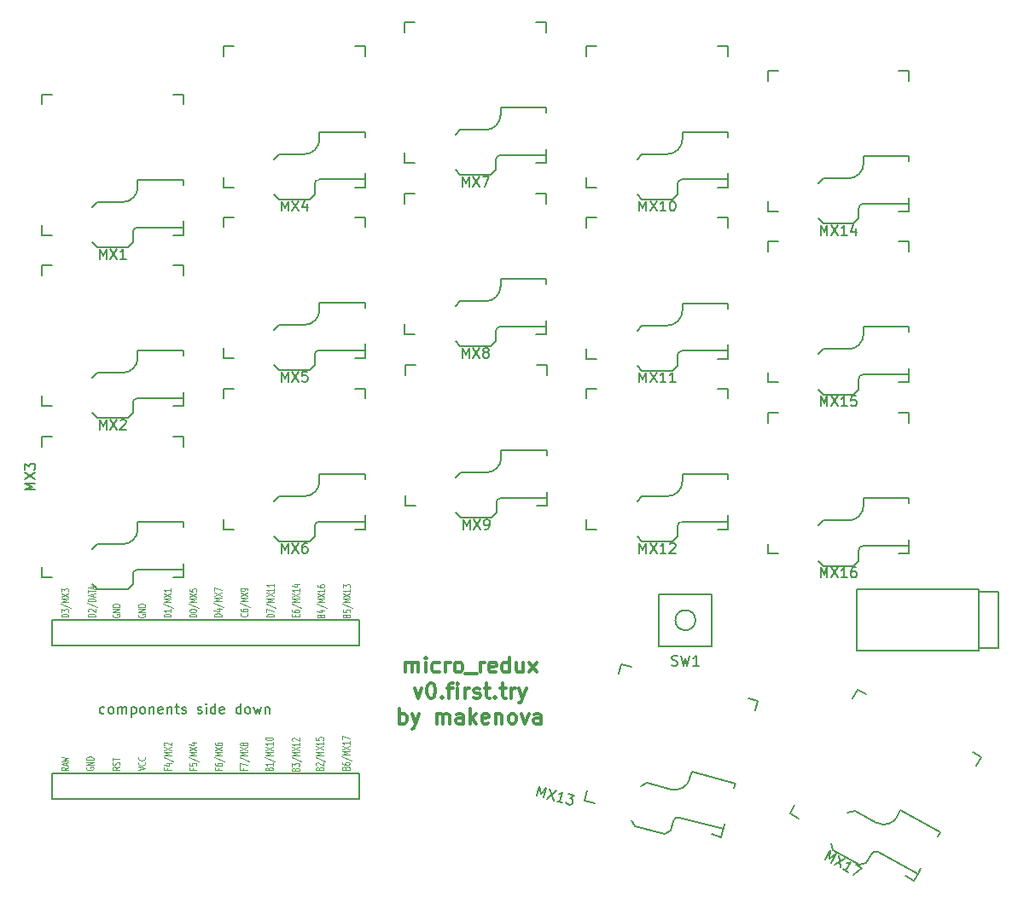
<source format=gbr>
G04 #@! TF.GenerationSoftware,KiCad,Pcbnew,(5.1.9-0-10_14)*
G04 #@! TF.CreationDate,2021-02-04T04:09:05-06:00*
G04 #@! TF.ProjectId,microredox,6d696372-6f72-4656-946f-782e6b696361,rev?*
G04 #@! TF.SameCoordinates,Original*
G04 #@! TF.FileFunction,Legend,Top*
G04 #@! TF.FilePolarity,Positive*
%FSLAX46Y46*%
G04 Gerber Fmt 4.6, Leading zero omitted, Abs format (unit mm)*
G04 Created by KiCad (PCBNEW (5.1.9-0-10_14)) date 2021-02-04 04:09:05*
%MOMM*%
%LPD*%
G01*
G04 APERTURE LIST*
%ADD10C,0.300000*%
%ADD11C,0.150000*%
%ADD12C,0.125000*%
G04 APERTURE END LIST*
D10*
X69199928Y-133510571D02*
X69199928Y-132510571D01*
X69199928Y-132653428D02*
X69271357Y-132582000D01*
X69414214Y-132510571D01*
X69628500Y-132510571D01*
X69771357Y-132582000D01*
X69842785Y-132724857D01*
X69842785Y-133510571D01*
X69842785Y-132724857D02*
X69914214Y-132582000D01*
X70057071Y-132510571D01*
X70271357Y-132510571D01*
X70414214Y-132582000D01*
X70485642Y-132724857D01*
X70485642Y-133510571D01*
X71199928Y-133510571D02*
X71199928Y-132510571D01*
X71199928Y-132010571D02*
X71128500Y-132082000D01*
X71199928Y-132153428D01*
X71271357Y-132082000D01*
X71199928Y-132010571D01*
X71199928Y-132153428D01*
X72557071Y-133439142D02*
X72414214Y-133510571D01*
X72128500Y-133510571D01*
X71985642Y-133439142D01*
X71914214Y-133367714D01*
X71842785Y-133224857D01*
X71842785Y-132796285D01*
X71914214Y-132653428D01*
X71985642Y-132582000D01*
X72128500Y-132510571D01*
X72414214Y-132510571D01*
X72557071Y-132582000D01*
X73199928Y-133510571D02*
X73199928Y-132510571D01*
X73199928Y-132796285D02*
X73271357Y-132653428D01*
X73342785Y-132582000D01*
X73485642Y-132510571D01*
X73628500Y-132510571D01*
X74342785Y-133510571D02*
X74199928Y-133439142D01*
X74128500Y-133367714D01*
X74057071Y-133224857D01*
X74057071Y-132796285D01*
X74128500Y-132653428D01*
X74199928Y-132582000D01*
X74342785Y-132510571D01*
X74557071Y-132510571D01*
X74699928Y-132582000D01*
X74771357Y-132653428D01*
X74842785Y-132796285D01*
X74842785Y-133224857D01*
X74771357Y-133367714D01*
X74699928Y-133439142D01*
X74557071Y-133510571D01*
X74342785Y-133510571D01*
X75128500Y-133653428D02*
X76271357Y-133653428D01*
X76628500Y-133510571D02*
X76628500Y-132510571D01*
X76628500Y-132796285D02*
X76699928Y-132653428D01*
X76771357Y-132582000D01*
X76914214Y-132510571D01*
X77057071Y-132510571D01*
X78128500Y-133439142D02*
X77985642Y-133510571D01*
X77699928Y-133510571D01*
X77557071Y-133439142D01*
X77485642Y-133296285D01*
X77485642Y-132724857D01*
X77557071Y-132582000D01*
X77699928Y-132510571D01*
X77985642Y-132510571D01*
X78128500Y-132582000D01*
X78199928Y-132724857D01*
X78199928Y-132867714D01*
X77485642Y-133010571D01*
X79485642Y-133510571D02*
X79485642Y-132010571D01*
X79485642Y-133439142D02*
X79342785Y-133510571D01*
X79057071Y-133510571D01*
X78914214Y-133439142D01*
X78842785Y-133367714D01*
X78771357Y-133224857D01*
X78771357Y-132796285D01*
X78842785Y-132653428D01*
X78914214Y-132582000D01*
X79057071Y-132510571D01*
X79342785Y-132510571D01*
X79485642Y-132582000D01*
X80842785Y-132510571D02*
X80842785Y-133510571D01*
X80199928Y-132510571D02*
X80199928Y-133296285D01*
X80271357Y-133439142D01*
X80414214Y-133510571D01*
X80628500Y-133510571D01*
X80771357Y-133439142D01*
X80842785Y-133367714D01*
X81414214Y-133510571D02*
X82199928Y-132510571D01*
X81414214Y-132510571D02*
X82199928Y-133510571D01*
X70092785Y-135060571D02*
X70449928Y-136060571D01*
X70807071Y-135060571D01*
X71664214Y-134560571D02*
X71807071Y-134560571D01*
X71949928Y-134632000D01*
X72021357Y-134703428D01*
X72092785Y-134846285D01*
X72164214Y-135132000D01*
X72164214Y-135489142D01*
X72092785Y-135774857D01*
X72021357Y-135917714D01*
X71949928Y-135989142D01*
X71807071Y-136060571D01*
X71664214Y-136060571D01*
X71521357Y-135989142D01*
X71449928Y-135917714D01*
X71378500Y-135774857D01*
X71307071Y-135489142D01*
X71307071Y-135132000D01*
X71378500Y-134846285D01*
X71449928Y-134703428D01*
X71521357Y-134632000D01*
X71664214Y-134560571D01*
X72807071Y-135917714D02*
X72878500Y-135989142D01*
X72807071Y-136060571D01*
X72735642Y-135989142D01*
X72807071Y-135917714D01*
X72807071Y-136060571D01*
X73307071Y-135060571D02*
X73878500Y-135060571D01*
X73521357Y-136060571D02*
X73521357Y-134774857D01*
X73592785Y-134632000D01*
X73735642Y-134560571D01*
X73878500Y-134560571D01*
X74378500Y-136060571D02*
X74378500Y-135060571D01*
X74378500Y-134560571D02*
X74307071Y-134632000D01*
X74378500Y-134703428D01*
X74449928Y-134632000D01*
X74378500Y-134560571D01*
X74378500Y-134703428D01*
X75092785Y-136060571D02*
X75092785Y-135060571D01*
X75092785Y-135346285D02*
X75164214Y-135203428D01*
X75235642Y-135132000D01*
X75378500Y-135060571D01*
X75521357Y-135060571D01*
X75949928Y-135989142D02*
X76092785Y-136060571D01*
X76378500Y-136060571D01*
X76521357Y-135989142D01*
X76592785Y-135846285D01*
X76592785Y-135774857D01*
X76521357Y-135632000D01*
X76378500Y-135560571D01*
X76164214Y-135560571D01*
X76021357Y-135489142D01*
X75949928Y-135346285D01*
X75949928Y-135274857D01*
X76021357Y-135132000D01*
X76164214Y-135060571D01*
X76378500Y-135060571D01*
X76521357Y-135132000D01*
X77021357Y-135060571D02*
X77592785Y-135060571D01*
X77235642Y-134560571D02*
X77235642Y-135846285D01*
X77307071Y-135989142D01*
X77449928Y-136060571D01*
X77592785Y-136060571D01*
X78092785Y-135917714D02*
X78164214Y-135989142D01*
X78092785Y-136060571D01*
X78021357Y-135989142D01*
X78092785Y-135917714D01*
X78092785Y-136060571D01*
X78592785Y-135060571D02*
X79164214Y-135060571D01*
X78807071Y-134560571D02*
X78807071Y-135846285D01*
X78878500Y-135989142D01*
X79021357Y-136060571D01*
X79164214Y-136060571D01*
X79664214Y-136060571D02*
X79664214Y-135060571D01*
X79664214Y-135346285D02*
X79735642Y-135203428D01*
X79807071Y-135132000D01*
X79949928Y-135060571D01*
X80092785Y-135060571D01*
X80449928Y-135060571D02*
X80807071Y-136060571D01*
X81164214Y-135060571D02*
X80807071Y-136060571D01*
X80664214Y-136417714D01*
X80592785Y-136489142D01*
X80449928Y-136560571D01*
X68628500Y-138610571D02*
X68628500Y-137110571D01*
X68628500Y-137682000D02*
X68771357Y-137610571D01*
X69057071Y-137610571D01*
X69199928Y-137682000D01*
X69271357Y-137753428D01*
X69342785Y-137896285D01*
X69342785Y-138324857D01*
X69271357Y-138467714D01*
X69199928Y-138539142D01*
X69057071Y-138610571D01*
X68771357Y-138610571D01*
X68628500Y-138539142D01*
X69842785Y-137610571D02*
X70199928Y-138610571D01*
X70557071Y-137610571D02*
X70199928Y-138610571D01*
X70057071Y-138967714D01*
X69985642Y-139039142D01*
X69842785Y-139110571D01*
X72271357Y-138610571D02*
X72271357Y-137610571D01*
X72271357Y-137753428D02*
X72342785Y-137682000D01*
X72485642Y-137610571D01*
X72699928Y-137610571D01*
X72842785Y-137682000D01*
X72914214Y-137824857D01*
X72914214Y-138610571D01*
X72914214Y-137824857D02*
X72985642Y-137682000D01*
X73128500Y-137610571D01*
X73342785Y-137610571D01*
X73485642Y-137682000D01*
X73557071Y-137824857D01*
X73557071Y-138610571D01*
X74914214Y-138610571D02*
X74914214Y-137824857D01*
X74842785Y-137682000D01*
X74699928Y-137610571D01*
X74414214Y-137610571D01*
X74271357Y-137682000D01*
X74914214Y-138539142D02*
X74771357Y-138610571D01*
X74414214Y-138610571D01*
X74271357Y-138539142D01*
X74199928Y-138396285D01*
X74199928Y-138253428D01*
X74271357Y-138110571D01*
X74414214Y-138039142D01*
X74771357Y-138039142D01*
X74914214Y-137967714D01*
X75628500Y-138610571D02*
X75628500Y-137110571D01*
X75771357Y-138039142D02*
X76199928Y-138610571D01*
X76199928Y-137610571D02*
X75628500Y-138182000D01*
X77414214Y-138539142D02*
X77271357Y-138610571D01*
X76985642Y-138610571D01*
X76842785Y-138539142D01*
X76771357Y-138396285D01*
X76771357Y-137824857D01*
X76842785Y-137682000D01*
X76985642Y-137610571D01*
X77271357Y-137610571D01*
X77414214Y-137682000D01*
X77485642Y-137824857D01*
X77485642Y-137967714D01*
X76771357Y-138110571D01*
X78128500Y-137610571D02*
X78128500Y-138610571D01*
X78128500Y-137753428D02*
X78199928Y-137682000D01*
X78342785Y-137610571D01*
X78557071Y-137610571D01*
X78699928Y-137682000D01*
X78771357Y-137824857D01*
X78771357Y-138610571D01*
X79699928Y-138610571D02*
X79557071Y-138539142D01*
X79485642Y-138467714D01*
X79414214Y-138324857D01*
X79414214Y-137896285D01*
X79485642Y-137753428D01*
X79557071Y-137682000D01*
X79699928Y-137610571D01*
X79914214Y-137610571D01*
X80057071Y-137682000D01*
X80128500Y-137753428D01*
X80199928Y-137896285D01*
X80199928Y-138324857D01*
X80128500Y-138467714D01*
X80057071Y-138539142D01*
X79914214Y-138610571D01*
X79699928Y-138610571D01*
X80699928Y-137610571D02*
X81057071Y-138610571D01*
X81414214Y-137610571D01*
X82628500Y-138610571D02*
X82628500Y-137824857D01*
X82557071Y-137682000D01*
X82414214Y-137610571D01*
X82128500Y-137610571D01*
X81985642Y-137682000D01*
X82628500Y-138539142D02*
X82485642Y-138610571D01*
X82128500Y-138610571D01*
X81985642Y-138539142D01*
X81914214Y-138396285D01*
X81914214Y-138253428D01*
X81985642Y-138110571D01*
X82128500Y-138039142D01*
X82485642Y-138039142D01*
X82628500Y-137967714D01*
D11*
X34099500Y-143510000D02*
X34099500Y-146050000D01*
X34099500Y-146050000D02*
X64579500Y-146050000D01*
X64579500Y-146050000D02*
X64579500Y-143510000D01*
X64579500Y-143510000D02*
X34099500Y-143510000D01*
X34099500Y-128270000D02*
X34099500Y-130810000D01*
X34099500Y-130810000D02*
X64579500Y-130810000D01*
X64579500Y-130810000D02*
X64579500Y-128270000D01*
X64579500Y-128270000D02*
X34099500Y-128270000D01*
X97964500Y-128333500D02*
G75*
G03*
X97964500Y-128333500I-1000000J0D01*
G01*
X94364500Y-130933500D02*
X94364500Y-125733500D01*
X99564500Y-130933500D02*
X94364500Y-130933500D01*
X99564500Y-125733500D02*
X99564500Y-130933500D01*
X94364500Y-125733500D02*
X99564500Y-125733500D01*
X128047500Y-131133500D02*
X128047500Y-125533500D01*
X126047500Y-125533500D02*
X128047500Y-125533500D01*
X126047500Y-131133500D02*
X128047500Y-131133500D01*
X126047500Y-125283500D02*
X113947500Y-125283500D01*
X126047500Y-131383500D02*
X113947500Y-131383500D01*
X113947500Y-131383500D02*
X113947500Y-125283500D01*
X126047500Y-131383500D02*
X126047500Y-125283500D01*
X117987294Y-147842795D02*
X118321305Y-147227623D01*
X118321305Y-147227623D02*
X122275982Y-149374837D01*
X114245524Y-152638538D02*
X114923512Y-152437709D01*
X115400671Y-151558892D02*
X114923512Y-152437709D01*
X120033335Y-153505277D02*
X116078658Y-151358063D01*
X113078299Y-147453214D02*
X113756287Y-147252385D01*
X120319631Y-152977987D02*
X120033335Y-153505277D01*
X113756287Y-147252385D02*
X115953330Y-148445282D01*
X111408243Y-150529074D02*
X111609072Y-151207062D01*
X111609072Y-151207062D02*
X114245524Y-152638538D01*
X122275982Y-149374837D02*
X122037402Y-149814246D01*
X107348169Y-147528108D02*
X107825328Y-146649291D01*
X108226986Y-148005267D02*
X107348169Y-147528108D01*
X114028392Y-135224669D02*
X114907209Y-135701828D01*
X113551233Y-136103486D02*
X114028392Y-135224669D01*
X126331831Y-141904892D02*
X125854672Y-142783709D01*
X125453014Y-141427733D02*
X126331831Y-141904892D01*
X119651608Y-154208331D02*
X118772791Y-153731172D01*
X120128767Y-153329514D02*
X119651608Y-154208331D01*
X116078659Y-151358064D02*
G75*
G03*
X115400671Y-151558892I-238580J-439408D01*
G01*
X115953329Y-148445282D02*
G75*
G03*
X117987294Y-147842795I715739J1318226D01*
G01*
X114641000Y-116944500D02*
X114641000Y-116244500D01*
X114641000Y-116244500D02*
X119141000Y-116244500D01*
X113641000Y-122944500D02*
X114141000Y-122444500D01*
X114141000Y-121444500D02*
X114141000Y-122444500D01*
X119141000Y-120944500D02*
X114641000Y-120944500D01*
X110141000Y-118944500D02*
X110641000Y-118444500D01*
X119141000Y-120344500D02*
X119141000Y-120944500D01*
X110641000Y-118444500D02*
X113141000Y-118444500D01*
X110141000Y-122444500D02*
X110641000Y-122944500D01*
X110641000Y-122944500D02*
X113641000Y-122944500D01*
X119141000Y-116244500D02*
X119141000Y-116744500D01*
X105141000Y-121744500D02*
X105141000Y-120744500D01*
X106141000Y-121744500D02*
X105141000Y-121744500D01*
X105141000Y-107744500D02*
X106141000Y-107744500D01*
X105141000Y-108744500D02*
X105141000Y-107744500D01*
X119141000Y-107744500D02*
X119141000Y-108744500D01*
X118141000Y-107744500D02*
X119141000Y-107744500D01*
X119141000Y-121744500D02*
X118141000Y-121744500D01*
X119141000Y-120744500D02*
X119141000Y-121744500D01*
X114641000Y-120944500D02*
G75*
G03*
X114141000Y-121444500I0J-500000D01*
G01*
X113141000Y-118444500D02*
G75*
G03*
X114641000Y-116944500I0J1500000D01*
G01*
X114641000Y-99926500D02*
X114641000Y-99226500D01*
X114641000Y-99226500D02*
X119141000Y-99226500D01*
X113641000Y-105926500D02*
X114141000Y-105426500D01*
X114141000Y-104426500D02*
X114141000Y-105426500D01*
X119141000Y-103926500D02*
X114641000Y-103926500D01*
X110141000Y-101926500D02*
X110641000Y-101426500D01*
X119141000Y-103326500D02*
X119141000Y-103926500D01*
X110641000Y-101426500D02*
X113141000Y-101426500D01*
X110141000Y-105426500D02*
X110641000Y-105926500D01*
X110641000Y-105926500D02*
X113641000Y-105926500D01*
X119141000Y-99226500D02*
X119141000Y-99726500D01*
X105141000Y-104726500D02*
X105141000Y-103726500D01*
X106141000Y-104726500D02*
X105141000Y-104726500D01*
X105141000Y-90726500D02*
X106141000Y-90726500D01*
X105141000Y-91726500D02*
X105141000Y-90726500D01*
X119141000Y-90726500D02*
X119141000Y-91726500D01*
X118141000Y-90726500D02*
X119141000Y-90726500D01*
X119141000Y-104726500D02*
X118141000Y-104726500D01*
X119141000Y-103726500D02*
X119141000Y-104726500D01*
X114641000Y-103926500D02*
G75*
G03*
X114141000Y-104426500I0J-500000D01*
G01*
X113141000Y-101426500D02*
G75*
G03*
X114641000Y-99926500I0J1500000D01*
G01*
X114641000Y-82972000D02*
X114641000Y-82272000D01*
X114641000Y-82272000D02*
X119141000Y-82272000D01*
X113641000Y-88972000D02*
X114141000Y-88472000D01*
X114141000Y-87472000D02*
X114141000Y-88472000D01*
X119141000Y-86972000D02*
X114641000Y-86972000D01*
X110141000Y-84972000D02*
X110641000Y-84472000D01*
X119141000Y-86372000D02*
X119141000Y-86972000D01*
X110641000Y-84472000D02*
X113141000Y-84472000D01*
X110141000Y-88472000D02*
X110641000Y-88972000D01*
X110641000Y-88972000D02*
X113641000Y-88972000D01*
X119141000Y-82272000D02*
X119141000Y-82772000D01*
X105141000Y-87772000D02*
X105141000Y-86772000D01*
X106141000Y-87772000D02*
X105141000Y-87772000D01*
X105141000Y-73772000D02*
X106141000Y-73772000D01*
X105141000Y-74772000D02*
X105141000Y-73772000D01*
X119141000Y-73772000D02*
X119141000Y-74772000D01*
X118141000Y-73772000D02*
X119141000Y-73772000D01*
X119141000Y-87772000D02*
X118141000Y-87772000D01*
X119141000Y-86772000D02*
X119141000Y-87772000D01*
X114641000Y-86972000D02*
G75*
G03*
X114141000Y-87472000I0J-500000D01*
G01*
X113141000Y-84472000D02*
G75*
G03*
X114641000Y-82972000I0J1500000D01*
G01*
X97412913Y-144059584D02*
X97594086Y-143383436D01*
X97594086Y-143383436D02*
X101940752Y-144548122D01*
X94894073Y-149596320D02*
X95506445Y-149242767D01*
X95765264Y-148276841D02*
X95506445Y-149242767D01*
X100724303Y-149087973D02*
X96377636Y-147923288D01*
X92548608Y-144826750D02*
X93160981Y-144473197D01*
X100879594Y-148508418D02*
X100724303Y-149087973D01*
X93160981Y-144473197D02*
X95575795Y-145120245D01*
X91642742Y-148207491D02*
X91996295Y-148819863D01*
X91996295Y-148819863D02*
X94894073Y-149596320D01*
X101940752Y-144548122D02*
X101811343Y-145031085D01*
X86994286Y-146237247D02*
X87253105Y-145271322D01*
X87960212Y-146496067D02*
X86994286Y-146237247D01*
X90617753Y-132714286D02*
X91583678Y-132973105D01*
X90358933Y-133680212D02*
X90617753Y-132714286D01*
X104140714Y-136337753D02*
X103881895Y-137303678D01*
X103174788Y-136078933D02*
X104140714Y-136337753D01*
X100517247Y-149860714D02*
X99551322Y-149601895D01*
X100776067Y-148894788D02*
X100517247Y-149860714D01*
X96377637Y-147923288D02*
G75*
G03*
X95765264Y-148276841I-129410J-482963D01*
G01*
X95575796Y-145120245D02*
G75*
G03*
X97412913Y-144059584I388228J1448889D01*
G01*
X96670500Y-114531500D02*
X96670500Y-113831500D01*
X96670500Y-113831500D02*
X101170500Y-113831500D01*
X95670500Y-120531500D02*
X96170500Y-120031500D01*
X96170500Y-119031500D02*
X96170500Y-120031500D01*
X101170500Y-118531500D02*
X96670500Y-118531500D01*
X92170500Y-116531500D02*
X92670500Y-116031500D01*
X101170500Y-117931500D02*
X101170500Y-118531500D01*
X92670500Y-116031500D02*
X95170500Y-116031500D01*
X92170500Y-120031500D02*
X92670500Y-120531500D01*
X92670500Y-120531500D02*
X95670500Y-120531500D01*
X101170500Y-113831500D02*
X101170500Y-114331500D01*
X87170500Y-119331500D02*
X87170500Y-118331500D01*
X88170500Y-119331500D02*
X87170500Y-119331500D01*
X87170500Y-105331500D02*
X88170500Y-105331500D01*
X87170500Y-106331500D02*
X87170500Y-105331500D01*
X101170500Y-105331500D02*
X101170500Y-106331500D01*
X100170500Y-105331500D02*
X101170500Y-105331500D01*
X101170500Y-119331500D02*
X100170500Y-119331500D01*
X101170500Y-118331500D02*
X101170500Y-119331500D01*
X96670500Y-118531500D02*
G75*
G03*
X96170500Y-119031500I0J-500000D01*
G01*
X95170500Y-116031500D02*
G75*
G03*
X96670500Y-114531500I0J1500000D01*
G01*
X96670500Y-97577000D02*
X96670500Y-96877000D01*
X96670500Y-96877000D02*
X101170500Y-96877000D01*
X95670500Y-103577000D02*
X96170500Y-103077000D01*
X96170500Y-102077000D02*
X96170500Y-103077000D01*
X101170500Y-101577000D02*
X96670500Y-101577000D01*
X92170500Y-99577000D02*
X92670500Y-99077000D01*
X101170500Y-100977000D02*
X101170500Y-101577000D01*
X92670500Y-99077000D02*
X95170500Y-99077000D01*
X92170500Y-103077000D02*
X92670500Y-103577000D01*
X92670500Y-103577000D02*
X95670500Y-103577000D01*
X101170500Y-96877000D02*
X101170500Y-97377000D01*
X87170500Y-102377000D02*
X87170500Y-101377000D01*
X88170500Y-102377000D02*
X87170500Y-102377000D01*
X87170500Y-88377000D02*
X88170500Y-88377000D01*
X87170500Y-89377000D02*
X87170500Y-88377000D01*
X101170500Y-88377000D02*
X101170500Y-89377000D01*
X100170500Y-88377000D02*
X101170500Y-88377000D01*
X101170500Y-102377000D02*
X100170500Y-102377000D01*
X101170500Y-101377000D02*
X101170500Y-102377000D01*
X96670500Y-101577000D02*
G75*
G03*
X96170500Y-102077000I0J-500000D01*
G01*
X95170500Y-99077000D02*
G75*
G03*
X96670500Y-97577000I0J1500000D01*
G01*
X96670500Y-80559000D02*
X96670500Y-79859000D01*
X96670500Y-79859000D02*
X101170500Y-79859000D01*
X95670500Y-86559000D02*
X96170500Y-86059000D01*
X96170500Y-85059000D02*
X96170500Y-86059000D01*
X101170500Y-84559000D02*
X96670500Y-84559000D01*
X92170500Y-82559000D02*
X92670500Y-82059000D01*
X101170500Y-83959000D02*
X101170500Y-84559000D01*
X92670500Y-82059000D02*
X95170500Y-82059000D01*
X92170500Y-86059000D02*
X92670500Y-86559000D01*
X92670500Y-86559000D02*
X95670500Y-86559000D01*
X101170500Y-79859000D02*
X101170500Y-80359000D01*
X87170500Y-85359000D02*
X87170500Y-84359000D01*
X88170500Y-85359000D02*
X87170500Y-85359000D01*
X87170500Y-71359000D02*
X88170500Y-71359000D01*
X87170500Y-72359000D02*
X87170500Y-71359000D01*
X101170500Y-71359000D02*
X101170500Y-72359000D01*
X100170500Y-71359000D02*
X101170500Y-71359000D01*
X101170500Y-85359000D02*
X100170500Y-85359000D01*
X101170500Y-84359000D02*
X101170500Y-85359000D01*
X96670500Y-84559000D02*
G75*
G03*
X96170500Y-85059000I0J-500000D01*
G01*
X95170500Y-82059000D02*
G75*
G03*
X96670500Y-80559000I0J1500000D01*
G01*
X78700000Y-112182000D02*
X78700000Y-111482000D01*
X78700000Y-111482000D02*
X83200000Y-111482000D01*
X77700000Y-118182000D02*
X78200000Y-117682000D01*
X78200000Y-116682000D02*
X78200000Y-117682000D01*
X83200000Y-116182000D02*
X78700000Y-116182000D01*
X74200000Y-114182000D02*
X74700000Y-113682000D01*
X83200000Y-115582000D02*
X83200000Y-116182000D01*
X74700000Y-113682000D02*
X77200000Y-113682000D01*
X74200000Y-117682000D02*
X74700000Y-118182000D01*
X74700000Y-118182000D02*
X77700000Y-118182000D01*
X83200000Y-111482000D02*
X83200000Y-111982000D01*
X69200000Y-116982000D02*
X69200000Y-115982000D01*
X70200000Y-116982000D02*
X69200000Y-116982000D01*
X69200000Y-102982000D02*
X70200000Y-102982000D01*
X69200000Y-103982000D02*
X69200000Y-102982000D01*
X83200000Y-102982000D02*
X83200000Y-103982000D01*
X82200000Y-102982000D02*
X83200000Y-102982000D01*
X83200000Y-116982000D02*
X82200000Y-116982000D01*
X83200000Y-115982000D02*
X83200000Y-116982000D01*
X78700000Y-116182000D02*
G75*
G03*
X78200000Y-116682000I0J-500000D01*
G01*
X77200000Y-113682000D02*
G75*
G03*
X78700000Y-112182000I0J1500000D01*
G01*
X78636500Y-95164000D02*
X78636500Y-94464000D01*
X78636500Y-94464000D02*
X83136500Y-94464000D01*
X77636500Y-101164000D02*
X78136500Y-100664000D01*
X78136500Y-99664000D02*
X78136500Y-100664000D01*
X83136500Y-99164000D02*
X78636500Y-99164000D01*
X74136500Y-97164000D02*
X74636500Y-96664000D01*
X83136500Y-98564000D02*
X83136500Y-99164000D01*
X74636500Y-96664000D02*
X77136500Y-96664000D01*
X74136500Y-100664000D02*
X74636500Y-101164000D01*
X74636500Y-101164000D02*
X77636500Y-101164000D01*
X83136500Y-94464000D02*
X83136500Y-94964000D01*
X69136500Y-99964000D02*
X69136500Y-98964000D01*
X70136500Y-99964000D02*
X69136500Y-99964000D01*
X69136500Y-85964000D02*
X70136500Y-85964000D01*
X69136500Y-86964000D02*
X69136500Y-85964000D01*
X83136500Y-85964000D02*
X83136500Y-86964000D01*
X82136500Y-85964000D02*
X83136500Y-85964000D01*
X83136500Y-99964000D02*
X82136500Y-99964000D01*
X83136500Y-98964000D02*
X83136500Y-99964000D01*
X78636500Y-99164000D02*
G75*
G03*
X78136500Y-99664000I0J-500000D01*
G01*
X77136500Y-96664000D02*
G75*
G03*
X78636500Y-95164000I0J1500000D01*
G01*
X78636500Y-78146000D02*
X78636500Y-77446000D01*
X78636500Y-77446000D02*
X83136500Y-77446000D01*
X77636500Y-84146000D02*
X78136500Y-83646000D01*
X78136500Y-82646000D02*
X78136500Y-83646000D01*
X83136500Y-82146000D02*
X78636500Y-82146000D01*
X74136500Y-80146000D02*
X74636500Y-79646000D01*
X83136500Y-81546000D02*
X83136500Y-82146000D01*
X74636500Y-79646000D02*
X77136500Y-79646000D01*
X74136500Y-83646000D02*
X74636500Y-84146000D01*
X74636500Y-84146000D02*
X77636500Y-84146000D01*
X83136500Y-77446000D02*
X83136500Y-77946000D01*
X69136500Y-82946000D02*
X69136500Y-81946000D01*
X70136500Y-82946000D02*
X69136500Y-82946000D01*
X69136500Y-68946000D02*
X70136500Y-68946000D01*
X69136500Y-69946000D02*
X69136500Y-68946000D01*
X83136500Y-68946000D02*
X83136500Y-69946000D01*
X82136500Y-68946000D02*
X83136500Y-68946000D01*
X83136500Y-82946000D02*
X82136500Y-82946000D01*
X83136500Y-81946000D02*
X83136500Y-82946000D01*
X78636500Y-82146000D02*
G75*
G03*
X78136500Y-82646000I0J-500000D01*
G01*
X77136500Y-79646000D02*
G75*
G03*
X78636500Y-78146000I0J1500000D01*
G01*
X60666000Y-114531500D02*
X60666000Y-113831500D01*
X60666000Y-113831500D02*
X65166000Y-113831500D01*
X59666000Y-120531500D02*
X60166000Y-120031500D01*
X60166000Y-119031500D02*
X60166000Y-120031500D01*
X65166000Y-118531500D02*
X60666000Y-118531500D01*
X56166000Y-116531500D02*
X56666000Y-116031500D01*
X65166000Y-117931500D02*
X65166000Y-118531500D01*
X56666000Y-116031500D02*
X59166000Y-116031500D01*
X56166000Y-120031500D02*
X56666000Y-120531500D01*
X56666000Y-120531500D02*
X59666000Y-120531500D01*
X65166000Y-113831500D02*
X65166000Y-114331500D01*
X51166000Y-119331500D02*
X51166000Y-118331500D01*
X52166000Y-119331500D02*
X51166000Y-119331500D01*
X51166000Y-105331500D02*
X52166000Y-105331500D01*
X51166000Y-106331500D02*
X51166000Y-105331500D01*
X65166000Y-105331500D02*
X65166000Y-106331500D01*
X64166000Y-105331500D02*
X65166000Y-105331500D01*
X65166000Y-119331500D02*
X64166000Y-119331500D01*
X65166000Y-118331500D02*
X65166000Y-119331500D01*
X60666000Y-118531500D02*
G75*
G03*
X60166000Y-119031500I0J-500000D01*
G01*
X59166000Y-116031500D02*
G75*
G03*
X60666000Y-114531500I0J1500000D01*
G01*
X60666000Y-97513500D02*
X60666000Y-96813500D01*
X60666000Y-96813500D02*
X65166000Y-96813500D01*
X59666000Y-103513500D02*
X60166000Y-103013500D01*
X60166000Y-102013500D02*
X60166000Y-103013500D01*
X65166000Y-101513500D02*
X60666000Y-101513500D01*
X56166000Y-99513500D02*
X56666000Y-99013500D01*
X65166000Y-100913500D02*
X65166000Y-101513500D01*
X56666000Y-99013500D02*
X59166000Y-99013500D01*
X56166000Y-103013500D02*
X56666000Y-103513500D01*
X56666000Y-103513500D02*
X59666000Y-103513500D01*
X65166000Y-96813500D02*
X65166000Y-97313500D01*
X51166000Y-102313500D02*
X51166000Y-101313500D01*
X52166000Y-102313500D02*
X51166000Y-102313500D01*
X51166000Y-88313500D02*
X52166000Y-88313500D01*
X51166000Y-89313500D02*
X51166000Y-88313500D01*
X65166000Y-88313500D02*
X65166000Y-89313500D01*
X64166000Y-88313500D02*
X65166000Y-88313500D01*
X65166000Y-102313500D02*
X64166000Y-102313500D01*
X65166000Y-101313500D02*
X65166000Y-102313500D01*
X60666000Y-101513500D02*
G75*
G03*
X60166000Y-102013500I0J-500000D01*
G01*
X59166000Y-99013500D02*
G75*
G03*
X60666000Y-97513500I0J1500000D01*
G01*
X60666000Y-80559000D02*
X60666000Y-79859000D01*
X60666000Y-79859000D02*
X65166000Y-79859000D01*
X59666000Y-86559000D02*
X60166000Y-86059000D01*
X60166000Y-85059000D02*
X60166000Y-86059000D01*
X65166000Y-84559000D02*
X60666000Y-84559000D01*
X56166000Y-82559000D02*
X56666000Y-82059000D01*
X65166000Y-83959000D02*
X65166000Y-84559000D01*
X56666000Y-82059000D02*
X59166000Y-82059000D01*
X56166000Y-86059000D02*
X56666000Y-86559000D01*
X56666000Y-86559000D02*
X59666000Y-86559000D01*
X65166000Y-79859000D02*
X65166000Y-80359000D01*
X51166000Y-85359000D02*
X51166000Y-84359000D01*
X52166000Y-85359000D02*
X51166000Y-85359000D01*
X51166000Y-71359000D02*
X52166000Y-71359000D01*
X51166000Y-72359000D02*
X51166000Y-71359000D01*
X65166000Y-71359000D02*
X65166000Y-72359000D01*
X64166000Y-71359000D02*
X65166000Y-71359000D01*
X65166000Y-85359000D02*
X64166000Y-85359000D01*
X65166000Y-84359000D02*
X65166000Y-85359000D01*
X60666000Y-84559000D02*
G75*
G03*
X60166000Y-85059000I0J-500000D01*
G01*
X59166000Y-82059000D02*
G75*
G03*
X60666000Y-80559000I0J1500000D01*
G01*
X42632000Y-119294000D02*
X42632000Y-118594000D01*
X42632000Y-118594000D02*
X47132000Y-118594000D01*
X41632000Y-125294000D02*
X42132000Y-124794000D01*
X42132000Y-123794000D02*
X42132000Y-124794000D01*
X47132000Y-123294000D02*
X42632000Y-123294000D01*
X38132000Y-121294000D02*
X38632000Y-120794000D01*
X47132000Y-122694000D02*
X47132000Y-123294000D01*
X38632000Y-120794000D02*
X41132000Y-120794000D01*
X38132000Y-124794000D02*
X38632000Y-125294000D01*
X38632000Y-125294000D02*
X41632000Y-125294000D01*
X47132000Y-118594000D02*
X47132000Y-119094000D01*
X33132000Y-124094000D02*
X33132000Y-123094000D01*
X34132000Y-124094000D02*
X33132000Y-124094000D01*
X33132000Y-110094000D02*
X34132000Y-110094000D01*
X33132000Y-111094000D02*
X33132000Y-110094000D01*
X47132000Y-110094000D02*
X47132000Y-111094000D01*
X46132000Y-110094000D02*
X47132000Y-110094000D01*
X47132000Y-124094000D02*
X46132000Y-124094000D01*
X47132000Y-123094000D02*
X47132000Y-124094000D01*
X42632000Y-123294000D02*
G75*
G03*
X42132000Y-123794000I0J-500000D01*
G01*
X41132000Y-120794000D02*
G75*
G03*
X42632000Y-119294000I0J1500000D01*
G01*
X42632000Y-102276000D02*
X42632000Y-101576000D01*
X42632000Y-101576000D02*
X47132000Y-101576000D01*
X41632000Y-108276000D02*
X42132000Y-107776000D01*
X42132000Y-106776000D02*
X42132000Y-107776000D01*
X47132000Y-106276000D02*
X42632000Y-106276000D01*
X38132000Y-104276000D02*
X38632000Y-103776000D01*
X47132000Y-105676000D02*
X47132000Y-106276000D01*
X38632000Y-103776000D02*
X41132000Y-103776000D01*
X38132000Y-107776000D02*
X38632000Y-108276000D01*
X38632000Y-108276000D02*
X41632000Y-108276000D01*
X47132000Y-101576000D02*
X47132000Y-102076000D01*
X33132000Y-107076000D02*
X33132000Y-106076000D01*
X34132000Y-107076000D02*
X33132000Y-107076000D01*
X33132000Y-93076000D02*
X34132000Y-93076000D01*
X33132000Y-94076000D02*
X33132000Y-93076000D01*
X47132000Y-93076000D02*
X47132000Y-94076000D01*
X46132000Y-93076000D02*
X47132000Y-93076000D01*
X47132000Y-107076000D02*
X46132000Y-107076000D01*
X47132000Y-106076000D02*
X47132000Y-107076000D01*
X42632000Y-106276000D02*
G75*
G03*
X42132000Y-106776000I0J-500000D01*
G01*
X41132000Y-103776000D02*
G75*
G03*
X42632000Y-102276000I0J1500000D01*
G01*
X42632000Y-85321500D02*
X42632000Y-84621500D01*
X42632000Y-84621500D02*
X47132000Y-84621500D01*
X41632000Y-91321500D02*
X42132000Y-90821500D01*
X42132000Y-89821500D02*
X42132000Y-90821500D01*
X47132000Y-89321500D02*
X42632000Y-89321500D01*
X38132000Y-87321500D02*
X38632000Y-86821500D01*
X47132000Y-88721500D02*
X47132000Y-89321500D01*
X38632000Y-86821500D02*
X41132000Y-86821500D01*
X38132000Y-90821500D02*
X38632000Y-91321500D01*
X38632000Y-91321500D02*
X41632000Y-91321500D01*
X47132000Y-84621500D02*
X47132000Y-85121500D01*
X33132000Y-90121500D02*
X33132000Y-89121500D01*
X34132000Y-90121500D02*
X33132000Y-90121500D01*
X33132000Y-76121500D02*
X34132000Y-76121500D01*
X33132000Y-77121500D02*
X33132000Y-76121500D01*
X47132000Y-76121500D02*
X47132000Y-77121500D01*
X46132000Y-76121500D02*
X47132000Y-76121500D01*
X47132000Y-90121500D02*
X46132000Y-90121500D01*
X47132000Y-89121500D02*
X47132000Y-90121500D01*
X42632000Y-89321500D02*
G75*
G03*
X42132000Y-89821500I0J-500000D01*
G01*
X41132000Y-86821500D02*
G75*
G03*
X42632000Y-85321500I0J1500000D01*
G01*
D12*
X53480857Y-127665714D02*
X53516571Y-127689523D01*
X53552285Y-127760952D01*
X53552285Y-127808571D01*
X53516571Y-127880000D01*
X53445142Y-127927619D01*
X53373714Y-127951428D01*
X53230857Y-127975238D01*
X53123714Y-127975238D01*
X52980857Y-127951428D01*
X52909428Y-127927619D01*
X52838000Y-127880000D01*
X52802285Y-127808571D01*
X52802285Y-127760952D01*
X52838000Y-127689523D01*
X52873714Y-127665714D01*
X52802285Y-127237142D02*
X52802285Y-127332380D01*
X52838000Y-127380000D01*
X52873714Y-127403809D01*
X52980857Y-127451428D01*
X53123714Y-127475238D01*
X53409428Y-127475238D01*
X53480857Y-127451428D01*
X53516571Y-127427619D01*
X53552285Y-127380000D01*
X53552285Y-127284761D01*
X53516571Y-127237142D01*
X53480857Y-127213333D01*
X53409428Y-127189523D01*
X53230857Y-127189523D01*
X53159428Y-127213333D01*
X53123714Y-127237142D01*
X53088000Y-127284761D01*
X53088000Y-127380000D01*
X53123714Y-127427619D01*
X53159428Y-127451428D01*
X53230857Y-127475238D01*
X52766571Y-126618095D02*
X53730857Y-127046666D01*
X53552285Y-126451428D02*
X52802285Y-126451428D01*
X53338000Y-126284761D01*
X52802285Y-126118095D01*
X53552285Y-126118095D01*
X52802285Y-125927619D02*
X53552285Y-125594285D01*
X52802285Y-125594285D02*
X53552285Y-125927619D01*
X53552285Y-125380000D02*
X53552285Y-125284761D01*
X53516571Y-125237142D01*
X53480857Y-125213333D01*
X53373714Y-125165714D01*
X53230857Y-125141904D01*
X52945142Y-125141904D01*
X52873714Y-125165714D01*
X52838000Y-125189523D01*
X52802285Y-125237142D01*
X52802285Y-125332380D01*
X52838000Y-125380000D01*
X52873714Y-125403809D01*
X52945142Y-125427619D01*
X53123714Y-125427619D01*
X53195142Y-125403809D01*
X53230857Y-125380000D01*
X53266571Y-125332380D01*
X53266571Y-125237142D01*
X53230857Y-125189523D01*
X53195142Y-125165714D01*
X53123714Y-125141904D01*
X55635928Y-143082380D02*
X55671642Y-143010952D01*
X55707357Y-142987142D01*
X55778785Y-142963333D01*
X55885928Y-142963333D01*
X55957357Y-142987142D01*
X55993071Y-143010952D01*
X56028785Y-143058571D01*
X56028785Y-143249047D01*
X55278785Y-143249047D01*
X55278785Y-143082380D01*
X55314500Y-143034761D01*
X55350214Y-143010952D01*
X55421642Y-142987142D01*
X55493071Y-142987142D01*
X55564500Y-143010952D01*
X55600214Y-143034761D01*
X55635928Y-143082380D01*
X55635928Y-143249047D01*
X56028785Y-142487142D02*
X56028785Y-142772857D01*
X56028785Y-142630000D02*
X55278785Y-142630000D01*
X55385928Y-142677619D01*
X55457357Y-142725238D01*
X55493071Y-142772857D01*
X55243071Y-141915714D02*
X56207357Y-142344285D01*
X56028785Y-141749047D02*
X55278785Y-141749047D01*
X55814500Y-141582380D01*
X55278785Y-141415714D01*
X56028785Y-141415714D01*
X55278785Y-141225238D02*
X56028785Y-140891904D01*
X55278785Y-140891904D02*
X56028785Y-141225238D01*
X56028785Y-140439523D02*
X56028785Y-140725238D01*
X56028785Y-140582380D02*
X55278785Y-140582380D01*
X55385928Y-140630000D01*
X55457357Y-140677619D01*
X55493071Y-140725238D01*
X55278785Y-140130000D02*
X55278785Y-140082380D01*
X55314500Y-140034761D01*
X55350214Y-140010952D01*
X55421642Y-139987142D01*
X55564500Y-139963333D01*
X55743071Y-139963333D01*
X55885928Y-139987142D01*
X55957357Y-140010952D01*
X55993071Y-140034761D01*
X56028785Y-140082380D01*
X56028785Y-140130000D01*
X55993071Y-140177619D01*
X55957357Y-140201428D01*
X55885928Y-140225238D01*
X55743071Y-140249047D01*
X55564500Y-140249047D01*
X55421642Y-140225238D01*
X55350214Y-140201428D01*
X55314500Y-140177619D01*
X55278785Y-140130000D01*
X56155785Y-127999047D02*
X55405785Y-127999047D01*
X55405785Y-127880000D01*
X55441500Y-127808571D01*
X55512928Y-127760952D01*
X55584357Y-127737142D01*
X55727214Y-127713333D01*
X55834357Y-127713333D01*
X55977214Y-127737142D01*
X56048642Y-127760952D01*
X56120071Y-127808571D01*
X56155785Y-127880000D01*
X56155785Y-127999047D01*
X55405785Y-127546666D02*
X55405785Y-127213333D01*
X56155785Y-127427619D01*
X55370071Y-126665714D02*
X56334357Y-127094285D01*
X56155785Y-126499047D02*
X55405785Y-126499047D01*
X55941500Y-126332380D01*
X55405785Y-126165714D01*
X56155785Y-126165714D01*
X55405785Y-125975238D02*
X56155785Y-125641904D01*
X55405785Y-125641904D02*
X56155785Y-125975238D01*
X56155785Y-125189523D02*
X56155785Y-125475238D01*
X56155785Y-125332380D02*
X55405785Y-125332380D01*
X55512928Y-125380000D01*
X55584357Y-125427619D01*
X55620071Y-125475238D01*
X56155785Y-124713333D02*
X56155785Y-124999047D01*
X56155785Y-124856190D02*
X55405785Y-124856190D01*
X55512928Y-124903809D01*
X55584357Y-124951428D01*
X55620071Y-124999047D01*
X58273928Y-143132380D02*
X58309642Y-143060952D01*
X58345357Y-143037142D01*
X58416785Y-143013333D01*
X58523928Y-143013333D01*
X58595357Y-143037142D01*
X58631071Y-143060952D01*
X58666785Y-143108571D01*
X58666785Y-143299047D01*
X57916785Y-143299047D01*
X57916785Y-143132380D01*
X57952500Y-143084761D01*
X57988214Y-143060952D01*
X58059642Y-143037142D01*
X58131071Y-143037142D01*
X58202500Y-143060952D01*
X58238214Y-143084761D01*
X58273928Y-143132380D01*
X58273928Y-143299047D01*
X57916785Y-142846666D02*
X57916785Y-142537142D01*
X58202500Y-142703809D01*
X58202500Y-142632380D01*
X58238214Y-142584761D01*
X58273928Y-142560952D01*
X58345357Y-142537142D01*
X58523928Y-142537142D01*
X58595357Y-142560952D01*
X58631071Y-142584761D01*
X58666785Y-142632380D01*
X58666785Y-142775238D01*
X58631071Y-142822857D01*
X58595357Y-142846666D01*
X57881071Y-141965714D02*
X58845357Y-142394285D01*
X58666785Y-141799047D02*
X57916785Y-141799047D01*
X58452500Y-141632380D01*
X57916785Y-141465714D01*
X58666785Y-141465714D01*
X57916785Y-141275238D02*
X58666785Y-140941904D01*
X57916785Y-140941904D02*
X58666785Y-141275238D01*
X58666785Y-140489523D02*
X58666785Y-140775238D01*
X58666785Y-140632380D02*
X57916785Y-140632380D01*
X58023928Y-140680000D01*
X58095357Y-140727619D01*
X58131071Y-140775238D01*
X57988214Y-140299047D02*
X57952500Y-140275238D01*
X57916785Y-140227619D01*
X57916785Y-140108571D01*
X57952500Y-140060952D01*
X57988214Y-140037142D01*
X58059642Y-140013333D01*
X58131071Y-140013333D01*
X58238214Y-140037142D01*
X58666785Y-140322857D01*
X58666785Y-140013333D01*
X58273928Y-127975238D02*
X58273928Y-127808571D01*
X58666785Y-127737142D02*
X58666785Y-127975238D01*
X57916785Y-127975238D01*
X57916785Y-127737142D01*
X57916785Y-127308571D02*
X57916785Y-127403809D01*
X57952500Y-127451428D01*
X57988214Y-127475238D01*
X58095357Y-127522857D01*
X58238214Y-127546666D01*
X58523928Y-127546666D01*
X58595357Y-127522857D01*
X58631071Y-127499047D01*
X58666785Y-127451428D01*
X58666785Y-127356190D01*
X58631071Y-127308571D01*
X58595357Y-127284761D01*
X58523928Y-127260952D01*
X58345357Y-127260952D01*
X58273928Y-127284761D01*
X58238214Y-127308571D01*
X58202500Y-127356190D01*
X58202500Y-127451428D01*
X58238214Y-127499047D01*
X58273928Y-127522857D01*
X58345357Y-127546666D01*
X57881071Y-126689523D02*
X58845357Y-127118095D01*
X58666785Y-126522857D02*
X57916785Y-126522857D01*
X58452500Y-126356190D01*
X57916785Y-126189523D01*
X58666785Y-126189523D01*
X57916785Y-125999047D02*
X58666785Y-125665714D01*
X57916785Y-125665714D02*
X58666785Y-125999047D01*
X58666785Y-125213333D02*
X58666785Y-125499047D01*
X58666785Y-125356190D02*
X57916785Y-125356190D01*
X58023928Y-125403809D01*
X58095357Y-125451428D01*
X58131071Y-125499047D01*
X58166785Y-124784761D02*
X58666785Y-124784761D01*
X57881071Y-124903809D02*
X58416785Y-125022857D01*
X58416785Y-124713333D01*
X60652428Y-143069452D02*
X60688142Y-142998023D01*
X60723857Y-142974214D01*
X60795285Y-142950404D01*
X60902428Y-142950404D01*
X60973857Y-142974214D01*
X61009571Y-142998023D01*
X61045285Y-143045642D01*
X61045285Y-143236119D01*
X60295285Y-143236119D01*
X60295285Y-143069452D01*
X60331000Y-143021833D01*
X60366714Y-142998023D01*
X60438142Y-142974214D01*
X60509571Y-142974214D01*
X60581000Y-142998023D01*
X60616714Y-143021833D01*
X60652428Y-143069452D01*
X60652428Y-143236119D01*
X60366714Y-142759928D02*
X60331000Y-142736119D01*
X60295285Y-142688500D01*
X60295285Y-142569452D01*
X60331000Y-142521833D01*
X60366714Y-142498023D01*
X60438142Y-142474214D01*
X60509571Y-142474214D01*
X60616714Y-142498023D01*
X61045285Y-142783738D01*
X61045285Y-142474214D01*
X60259571Y-141902785D02*
X61223857Y-142331357D01*
X61045285Y-141736119D02*
X60295285Y-141736119D01*
X60831000Y-141569452D01*
X60295285Y-141402785D01*
X61045285Y-141402785D01*
X60295285Y-141212309D02*
X61045285Y-140878976D01*
X60295285Y-140878976D02*
X61045285Y-141212309D01*
X61045285Y-140426595D02*
X61045285Y-140712309D01*
X61045285Y-140569452D02*
X60295285Y-140569452D01*
X60402428Y-140617071D01*
X60473857Y-140664690D01*
X60509571Y-140712309D01*
X60295285Y-139974214D02*
X60295285Y-140212309D01*
X60652428Y-140236119D01*
X60616714Y-140212309D01*
X60581000Y-140164690D01*
X60581000Y-140045642D01*
X60616714Y-139998023D01*
X60652428Y-139974214D01*
X60723857Y-139950404D01*
X60902428Y-139950404D01*
X60973857Y-139974214D01*
X61009571Y-139998023D01*
X61045285Y-140045642D01*
X61045285Y-140164690D01*
X61009571Y-140212309D01*
X60973857Y-140236119D01*
X60779428Y-127892904D02*
X60815142Y-127821476D01*
X60850857Y-127797666D01*
X60922285Y-127773857D01*
X61029428Y-127773857D01*
X61100857Y-127797666D01*
X61136571Y-127821476D01*
X61172285Y-127869095D01*
X61172285Y-128059571D01*
X60422285Y-128059571D01*
X60422285Y-127892904D01*
X60458000Y-127845285D01*
X60493714Y-127821476D01*
X60565142Y-127797666D01*
X60636571Y-127797666D01*
X60708000Y-127821476D01*
X60743714Y-127845285D01*
X60779428Y-127892904D01*
X60779428Y-128059571D01*
X60672285Y-127345285D02*
X61172285Y-127345285D01*
X60386571Y-127464333D02*
X60922285Y-127583380D01*
X60922285Y-127273857D01*
X60386571Y-126726238D02*
X61350857Y-127154809D01*
X61172285Y-126559571D02*
X60422285Y-126559571D01*
X60958000Y-126392904D01*
X60422285Y-126226238D01*
X61172285Y-126226238D01*
X60422285Y-126035761D02*
X61172285Y-125702428D01*
X60422285Y-125702428D02*
X61172285Y-126035761D01*
X61172285Y-125250047D02*
X61172285Y-125535761D01*
X61172285Y-125392904D02*
X60422285Y-125392904D01*
X60529428Y-125440523D01*
X60600857Y-125488142D01*
X60636571Y-125535761D01*
X60422285Y-124821476D02*
X60422285Y-124916714D01*
X60458000Y-124964333D01*
X60493714Y-124988142D01*
X60600857Y-125035761D01*
X60743714Y-125059571D01*
X61029428Y-125059571D01*
X61100857Y-125035761D01*
X61136571Y-125011952D01*
X61172285Y-124964333D01*
X61172285Y-124869095D01*
X61136571Y-124821476D01*
X61100857Y-124797666D01*
X61029428Y-124773857D01*
X60850857Y-124773857D01*
X60779428Y-124797666D01*
X60743714Y-124821476D01*
X60708000Y-124869095D01*
X60708000Y-124964333D01*
X60743714Y-125011952D01*
X60779428Y-125035761D01*
X60850857Y-125059571D01*
X63319428Y-127892904D02*
X63355142Y-127821476D01*
X63390857Y-127797666D01*
X63462285Y-127773857D01*
X63569428Y-127773857D01*
X63640857Y-127797666D01*
X63676571Y-127821476D01*
X63712285Y-127869095D01*
X63712285Y-128059571D01*
X62962285Y-128059571D01*
X62962285Y-127892904D01*
X62998000Y-127845285D01*
X63033714Y-127821476D01*
X63105142Y-127797666D01*
X63176571Y-127797666D01*
X63248000Y-127821476D01*
X63283714Y-127845285D01*
X63319428Y-127892904D01*
X63319428Y-128059571D01*
X62962285Y-127321476D02*
X62962285Y-127559571D01*
X63319428Y-127583380D01*
X63283714Y-127559571D01*
X63248000Y-127511952D01*
X63248000Y-127392904D01*
X63283714Y-127345285D01*
X63319428Y-127321476D01*
X63390857Y-127297666D01*
X63569428Y-127297666D01*
X63640857Y-127321476D01*
X63676571Y-127345285D01*
X63712285Y-127392904D01*
X63712285Y-127511952D01*
X63676571Y-127559571D01*
X63640857Y-127583380D01*
X62926571Y-126726238D02*
X63890857Y-127154809D01*
X63712285Y-126559571D02*
X62962285Y-126559571D01*
X63498000Y-126392904D01*
X62962285Y-126226238D01*
X63712285Y-126226238D01*
X62962285Y-126035761D02*
X63712285Y-125702428D01*
X62962285Y-125702428D02*
X63712285Y-126035761D01*
X63712285Y-125250047D02*
X63712285Y-125535761D01*
X63712285Y-125392904D02*
X62962285Y-125392904D01*
X63069428Y-125440523D01*
X63140857Y-125488142D01*
X63176571Y-125535761D01*
X62962285Y-125083380D02*
X62962285Y-124773857D01*
X63248000Y-124940523D01*
X63248000Y-124869095D01*
X63283714Y-124821476D01*
X63319428Y-124797666D01*
X63390857Y-124773857D01*
X63569428Y-124773857D01*
X63640857Y-124797666D01*
X63676571Y-124821476D01*
X63712285Y-124869095D01*
X63712285Y-125011952D01*
X63676571Y-125059571D01*
X63640857Y-125083380D01*
X63255928Y-143005952D02*
X63291642Y-142934523D01*
X63327357Y-142910714D01*
X63398785Y-142886904D01*
X63505928Y-142886904D01*
X63577357Y-142910714D01*
X63613071Y-142934523D01*
X63648785Y-142982142D01*
X63648785Y-143172619D01*
X62898785Y-143172619D01*
X62898785Y-143005952D01*
X62934500Y-142958333D01*
X62970214Y-142934523D01*
X63041642Y-142910714D01*
X63113071Y-142910714D01*
X63184500Y-142934523D01*
X63220214Y-142958333D01*
X63255928Y-143005952D01*
X63255928Y-143172619D01*
X62898785Y-142458333D02*
X62898785Y-142553571D01*
X62934500Y-142601190D01*
X62970214Y-142625000D01*
X63077357Y-142672619D01*
X63220214Y-142696428D01*
X63505928Y-142696428D01*
X63577357Y-142672619D01*
X63613071Y-142648809D01*
X63648785Y-142601190D01*
X63648785Y-142505952D01*
X63613071Y-142458333D01*
X63577357Y-142434523D01*
X63505928Y-142410714D01*
X63327357Y-142410714D01*
X63255928Y-142434523D01*
X63220214Y-142458333D01*
X63184500Y-142505952D01*
X63184500Y-142601190D01*
X63220214Y-142648809D01*
X63255928Y-142672619D01*
X63327357Y-142696428D01*
X62863071Y-141839285D02*
X63827357Y-142267857D01*
X63648785Y-141672619D02*
X62898785Y-141672619D01*
X63434500Y-141505952D01*
X62898785Y-141339285D01*
X63648785Y-141339285D01*
X62898785Y-141148809D02*
X63648785Y-140815476D01*
X62898785Y-140815476D02*
X63648785Y-141148809D01*
X63648785Y-140363095D02*
X63648785Y-140648809D01*
X63648785Y-140505952D02*
X62898785Y-140505952D01*
X63005928Y-140553571D01*
X63077357Y-140601190D01*
X63113071Y-140648809D01*
X62898785Y-140196428D02*
X62898785Y-139863095D01*
X63648785Y-140077380D01*
X45573928Y-143049047D02*
X45573928Y-143215714D01*
X45966785Y-143215714D02*
X45216785Y-143215714D01*
X45216785Y-142977619D01*
X45466785Y-142572857D02*
X45966785Y-142572857D01*
X45181071Y-142691904D02*
X45716785Y-142810952D01*
X45716785Y-142501428D01*
X45181071Y-141953809D02*
X46145357Y-142382380D01*
X45966785Y-141787142D02*
X45216785Y-141787142D01*
X45752500Y-141620476D01*
X45216785Y-141453809D01*
X45966785Y-141453809D01*
X45216785Y-141263333D02*
X45966785Y-140930000D01*
X45216785Y-140930000D02*
X45966785Y-141263333D01*
X45288214Y-140763333D02*
X45252500Y-140739523D01*
X45216785Y-140691904D01*
X45216785Y-140572857D01*
X45252500Y-140525238D01*
X45288214Y-140501428D01*
X45359642Y-140477619D01*
X45431071Y-140477619D01*
X45538214Y-140501428D01*
X45966785Y-140787142D01*
X45966785Y-140477619D01*
X45932285Y-128011952D02*
X45182285Y-128011952D01*
X45182285Y-127892904D01*
X45218000Y-127821476D01*
X45289428Y-127773857D01*
X45360857Y-127750047D01*
X45503714Y-127726238D01*
X45610857Y-127726238D01*
X45753714Y-127750047D01*
X45825142Y-127773857D01*
X45896571Y-127821476D01*
X45932285Y-127892904D01*
X45932285Y-128011952D01*
X45932285Y-127250047D02*
X45932285Y-127535761D01*
X45932285Y-127392904D02*
X45182285Y-127392904D01*
X45289428Y-127440523D01*
X45360857Y-127488142D01*
X45396571Y-127535761D01*
X45146571Y-126678619D02*
X46110857Y-127107190D01*
X45932285Y-126511952D02*
X45182285Y-126511952D01*
X45718000Y-126345285D01*
X45182285Y-126178619D01*
X45932285Y-126178619D01*
X45182285Y-125988142D02*
X45932285Y-125654809D01*
X45182285Y-125654809D02*
X45932285Y-125988142D01*
X45932285Y-125202428D02*
X45932285Y-125488142D01*
X45932285Y-125345285D02*
X45182285Y-125345285D01*
X45289428Y-125392904D01*
X45360857Y-125440523D01*
X45396571Y-125488142D01*
X48079428Y-143049047D02*
X48079428Y-143215714D01*
X48472285Y-143215714D02*
X47722285Y-143215714D01*
X47722285Y-142977619D01*
X47722285Y-142549047D02*
X47722285Y-142787142D01*
X48079428Y-142810952D01*
X48043714Y-142787142D01*
X48008000Y-142739523D01*
X48008000Y-142620476D01*
X48043714Y-142572857D01*
X48079428Y-142549047D01*
X48150857Y-142525238D01*
X48329428Y-142525238D01*
X48400857Y-142549047D01*
X48436571Y-142572857D01*
X48472285Y-142620476D01*
X48472285Y-142739523D01*
X48436571Y-142787142D01*
X48400857Y-142810952D01*
X47686571Y-141953809D02*
X48650857Y-142382380D01*
X48472285Y-141787142D02*
X47722285Y-141787142D01*
X48258000Y-141620476D01*
X47722285Y-141453809D01*
X48472285Y-141453809D01*
X47722285Y-141263333D02*
X48472285Y-140930000D01*
X47722285Y-140930000D02*
X48472285Y-141263333D01*
X47972285Y-140525238D02*
X48472285Y-140525238D01*
X47686571Y-140644285D02*
X48222285Y-140763333D01*
X48222285Y-140453809D01*
X48472285Y-128011952D02*
X47722285Y-128011952D01*
X47722285Y-127892904D01*
X47758000Y-127821476D01*
X47829428Y-127773857D01*
X47900857Y-127750047D01*
X48043714Y-127726238D01*
X48150857Y-127726238D01*
X48293714Y-127750047D01*
X48365142Y-127773857D01*
X48436571Y-127821476D01*
X48472285Y-127892904D01*
X48472285Y-128011952D01*
X47722285Y-127416714D02*
X47722285Y-127369095D01*
X47758000Y-127321476D01*
X47793714Y-127297666D01*
X47865142Y-127273857D01*
X48008000Y-127250047D01*
X48186571Y-127250047D01*
X48329428Y-127273857D01*
X48400857Y-127297666D01*
X48436571Y-127321476D01*
X48472285Y-127369095D01*
X48472285Y-127416714D01*
X48436571Y-127464333D01*
X48400857Y-127488142D01*
X48329428Y-127511952D01*
X48186571Y-127535761D01*
X48008000Y-127535761D01*
X47865142Y-127511952D01*
X47793714Y-127488142D01*
X47758000Y-127464333D01*
X47722285Y-127416714D01*
X47686571Y-126678619D02*
X48650857Y-127107190D01*
X48472285Y-126511952D02*
X47722285Y-126511952D01*
X48258000Y-126345285D01*
X47722285Y-126178619D01*
X48472285Y-126178619D01*
X47722285Y-125988142D02*
X48472285Y-125654809D01*
X47722285Y-125654809D02*
X48472285Y-125988142D01*
X47722285Y-125226238D02*
X47722285Y-125464333D01*
X48079428Y-125488142D01*
X48043714Y-125464333D01*
X48008000Y-125416714D01*
X48008000Y-125297666D01*
X48043714Y-125250047D01*
X48079428Y-125226238D01*
X48150857Y-125202428D01*
X48329428Y-125202428D01*
X48400857Y-125226238D01*
X48436571Y-125250047D01*
X48472285Y-125297666D01*
X48472285Y-125416714D01*
X48436571Y-125464333D01*
X48400857Y-125488142D01*
X50623928Y-143049047D02*
X50623928Y-143215714D01*
X51016785Y-143215714D02*
X50266785Y-143215714D01*
X50266785Y-142977619D01*
X50266785Y-142572857D02*
X50266785Y-142668095D01*
X50302500Y-142715714D01*
X50338214Y-142739523D01*
X50445357Y-142787142D01*
X50588214Y-142810952D01*
X50873928Y-142810952D01*
X50945357Y-142787142D01*
X50981071Y-142763333D01*
X51016785Y-142715714D01*
X51016785Y-142620476D01*
X50981071Y-142572857D01*
X50945357Y-142549047D01*
X50873928Y-142525238D01*
X50695357Y-142525238D01*
X50623928Y-142549047D01*
X50588214Y-142572857D01*
X50552500Y-142620476D01*
X50552500Y-142715714D01*
X50588214Y-142763333D01*
X50623928Y-142787142D01*
X50695357Y-142810952D01*
X50231071Y-141953809D02*
X51195357Y-142382380D01*
X51016785Y-141787142D02*
X50266785Y-141787142D01*
X50802500Y-141620476D01*
X50266785Y-141453809D01*
X51016785Y-141453809D01*
X50266785Y-141263333D02*
X51016785Y-140930000D01*
X50266785Y-140930000D02*
X51016785Y-141263333D01*
X50266785Y-140525238D02*
X50266785Y-140620476D01*
X50302500Y-140668095D01*
X50338214Y-140691904D01*
X50445357Y-140739523D01*
X50588214Y-140763333D01*
X50873928Y-140763333D01*
X50945357Y-140739523D01*
X50981071Y-140715714D01*
X51016785Y-140668095D01*
X51016785Y-140572857D01*
X50981071Y-140525238D01*
X50945357Y-140501428D01*
X50873928Y-140477619D01*
X50695357Y-140477619D01*
X50623928Y-140501428D01*
X50588214Y-140525238D01*
X50552500Y-140572857D01*
X50552500Y-140668095D01*
X50588214Y-140715714D01*
X50623928Y-140739523D01*
X50695357Y-140763333D01*
X50948785Y-127951428D02*
X50198785Y-127951428D01*
X50198785Y-127832380D01*
X50234500Y-127760952D01*
X50305928Y-127713333D01*
X50377357Y-127689523D01*
X50520214Y-127665714D01*
X50627357Y-127665714D01*
X50770214Y-127689523D01*
X50841642Y-127713333D01*
X50913071Y-127760952D01*
X50948785Y-127832380D01*
X50948785Y-127951428D01*
X50448785Y-127237142D02*
X50948785Y-127237142D01*
X50163071Y-127356190D02*
X50698785Y-127475238D01*
X50698785Y-127165714D01*
X50163071Y-126618095D02*
X51127357Y-127046666D01*
X50948785Y-126451428D02*
X50198785Y-126451428D01*
X50734500Y-126284761D01*
X50198785Y-126118095D01*
X50948785Y-126118095D01*
X50198785Y-125927619D02*
X50948785Y-125594285D01*
X50198785Y-125594285D02*
X50948785Y-125927619D01*
X50198785Y-125451428D02*
X50198785Y-125118095D01*
X50948785Y-125332380D01*
X53123928Y-143049047D02*
X53123928Y-143215714D01*
X53516785Y-143215714D02*
X52766785Y-143215714D01*
X52766785Y-142977619D01*
X52766785Y-142834761D02*
X52766785Y-142501428D01*
X53516785Y-142715714D01*
X52731071Y-141953809D02*
X53695357Y-142382380D01*
X53516785Y-141787142D02*
X52766785Y-141787142D01*
X53302500Y-141620476D01*
X52766785Y-141453809D01*
X53516785Y-141453809D01*
X52766785Y-141263333D02*
X53516785Y-140930000D01*
X52766785Y-140930000D02*
X53516785Y-141263333D01*
X53088214Y-140668095D02*
X53052500Y-140715714D01*
X53016785Y-140739523D01*
X52945357Y-140763333D01*
X52909642Y-140763333D01*
X52838214Y-140739523D01*
X52802500Y-140715714D01*
X52766785Y-140668095D01*
X52766785Y-140572857D01*
X52802500Y-140525238D01*
X52838214Y-140501428D01*
X52909642Y-140477619D01*
X52945357Y-140477619D01*
X53016785Y-140501428D01*
X53052500Y-140525238D01*
X53088214Y-140572857D01*
X53088214Y-140668095D01*
X53123928Y-140715714D01*
X53159642Y-140739523D01*
X53231071Y-140763333D01*
X53373928Y-140763333D01*
X53445357Y-140739523D01*
X53481071Y-140715714D01*
X53516785Y-140668095D01*
X53516785Y-140572857D01*
X53481071Y-140525238D01*
X53445357Y-140501428D01*
X53373928Y-140477619D01*
X53231071Y-140477619D01*
X53159642Y-140501428D01*
X53123928Y-140525238D01*
X53088214Y-140572857D01*
X42678000Y-127761952D02*
X42642285Y-127809571D01*
X42642285Y-127881000D01*
X42678000Y-127952428D01*
X42749428Y-128000047D01*
X42820857Y-128023857D01*
X42963714Y-128047666D01*
X43070857Y-128047666D01*
X43213714Y-128023857D01*
X43285142Y-128000047D01*
X43356571Y-127952428D01*
X43392285Y-127881000D01*
X43392285Y-127833380D01*
X43356571Y-127761952D01*
X43320857Y-127738142D01*
X43070857Y-127738142D01*
X43070857Y-127833380D01*
X43392285Y-127523857D02*
X42642285Y-127523857D01*
X43392285Y-127238142D01*
X42642285Y-127238142D01*
X43392285Y-127000047D02*
X42642285Y-127000047D01*
X42642285Y-126881000D01*
X42678000Y-126809571D01*
X42749428Y-126761952D01*
X42820857Y-126738142D01*
X42963714Y-126714333D01*
X43070857Y-126714333D01*
X43213714Y-126738142D01*
X43285142Y-126761952D01*
X43356571Y-126809571D01*
X43392285Y-126881000D01*
X43392285Y-127000047D01*
X42642285Y-143224166D02*
X43392285Y-143057500D01*
X42642285Y-142890833D01*
X43320857Y-142438452D02*
X43356571Y-142462261D01*
X43392285Y-142533690D01*
X43392285Y-142581309D01*
X43356571Y-142652738D01*
X43285142Y-142700357D01*
X43213714Y-142724166D01*
X43070857Y-142747976D01*
X42963714Y-142747976D01*
X42820857Y-142724166D01*
X42749428Y-142700357D01*
X42678000Y-142652738D01*
X42642285Y-142581309D01*
X42642285Y-142533690D01*
X42678000Y-142462261D01*
X42713714Y-142438452D01*
X43320857Y-141938452D02*
X43356571Y-141962261D01*
X43392285Y-142033690D01*
X43392285Y-142081309D01*
X43356571Y-142152738D01*
X43285142Y-142200357D01*
X43213714Y-142224166D01*
X43070857Y-142247976D01*
X42963714Y-142247976D01*
X42820857Y-142224166D01*
X42749428Y-142200357D01*
X42678000Y-142152738D01*
X42642285Y-142081309D01*
X42642285Y-142033690D01*
X42678000Y-141962261D01*
X42713714Y-141938452D01*
X40138000Y-127761952D02*
X40102285Y-127809571D01*
X40102285Y-127881000D01*
X40138000Y-127952428D01*
X40209428Y-128000047D01*
X40280857Y-128023857D01*
X40423714Y-128047666D01*
X40530857Y-128047666D01*
X40673714Y-128023857D01*
X40745142Y-128000047D01*
X40816571Y-127952428D01*
X40852285Y-127881000D01*
X40852285Y-127833380D01*
X40816571Y-127761952D01*
X40780857Y-127738142D01*
X40530857Y-127738142D01*
X40530857Y-127833380D01*
X40852285Y-127523857D02*
X40102285Y-127523857D01*
X40852285Y-127238142D01*
X40102285Y-127238142D01*
X40852285Y-127000047D02*
X40102285Y-127000047D01*
X40102285Y-126881000D01*
X40138000Y-126809571D01*
X40209428Y-126761952D01*
X40280857Y-126738142D01*
X40423714Y-126714333D01*
X40530857Y-126714333D01*
X40673714Y-126738142D01*
X40745142Y-126761952D01*
X40816571Y-126809571D01*
X40852285Y-126881000D01*
X40852285Y-127000047D01*
X40852285Y-142894809D02*
X40495142Y-143061476D01*
X40852285Y-143180523D02*
X40102285Y-143180523D01*
X40102285Y-142990047D01*
X40138000Y-142942428D01*
X40173714Y-142918619D01*
X40245142Y-142894809D01*
X40352285Y-142894809D01*
X40423714Y-142918619D01*
X40459428Y-142942428D01*
X40495142Y-142990047D01*
X40495142Y-143180523D01*
X40816571Y-142704333D02*
X40852285Y-142632904D01*
X40852285Y-142513857D01*
X40816571Y-142466238D01*
X40780857Y-142442428D01*
X40709428Y-142418619D01*
X40638000Y-142418619D01*
X40566571Y-142442428D01*
X40530857Y-142466238D01*
X40495142Y-142513857D01*
X40459428Y-142609095D01*
X40423714Y-142656714D01*
X40388000Y-142680523D01*
X40316571Y-142704333D01*
X40245142Y-142704333D01*
X40173714Y-142680523D01*
X40138000Y-142656714D01*
X40102285Y-142609095D01*
X40102285Y-142490047D01*
X40138000Y-142418619D01*
X40102285Y-142275761D02*
X40102285Y-141990047D01*
X40852285Y-142132904D02*
X40102285Y-142132904D01*
X38416785Y-127968095D02*
X37666785Y-127968095D01*
X37666785Y-127849047D01*
X37702500Y-127777619D01*
X37773928Y-127730000D01*
X37845357Y-127706190D01*
X37988214Y-127682380D01*
X38095357Y-127682380D01*
X38238214Y-127706190D01*
X38309642Y-127730000D01*
X38381071Y-127777619D01*
X38416785Y-127849047D01*
X38416785Y-127968095D01*
X37738214Y-127491904D02*
X37702500Y-127468095D01*
X37666785Y-127420476D01*
X37666785Y-127301428D01*
X37702500Y-127253809D01*
X37738214Y-127230000D01*
X37809642Y-127206190D01*
X37881071Y-127206190D01*
X37988214Y-127230000D01*
X38416785Y-127515714D01*
X38416785Y-127206190D01*
X37631071Y-126634761D02*
X38595357Y-127063333D01*
X38416785Y-126468095D02*
X37666785Y-126468095D01*
X37666785Y-126349047D01*
X37702500Y-126277619D01*
X37773928Y-126230000D01*
X37845357Y-126206190D01*
X37988214Y-126182380D01*
X38095357Y-126182380D01*
X38238214Y-126206190D01*
X38309642Y-126230000D01*
X38381071Y-126277619D01*
X38416785Y-126349047D01*
X38416785Y-126468095D01*
X38202500Y-125991904D02*
X38202500Y-125753809D01*
X38416785Y-126039523D02*
X37666785Y-125872857D01*
X38416785Y-125706190D01*
X37666785Y-125610952D02*
X37666785Y-125325238D01*
X38416785Y-125468095D02*
X37666785Y-125468095D01*
X38202500Y-125182380D02*
X38202500Y-124944285D01*
X38416785Y-125230000D02*
X37666785Y-125063333D01*
X38416785Y-124896666D01*
X37534500Y-142938452D02*
X37498785Y-142986071D01*
X37498785Y-143057500D01*
X37534500Y-143128928D01*
X37605928Y-143176547D01*
X37677357Y-143200357D01*
X37820214Y-143224166D01*
X37927357Y-143224166D01*
X38070214Y-143200357D01*
X38141642Y-143176547D01*
X38213071Y-143128928D01*
X38248785Y-143057500D01*
X38248785Y-143009880D01*
X38213071Y-142938452D01*
X38177357Y-142914642D01*
X37927357Y-142914642D01*
X37927357Y-143009880D01*
X38248785Y-142700357D02*
X37498785Y-142700357D01*
X38248785Y-142414642D01*
X37498785Y-142414642D01*
X38248785Y-142176547D02*
X37498785Y-142176547D01*
X37498785Y-142057500D01*
X37534500Y-141986071D01*
X37605928Y-141938452D01*
X37677357Y-141914642D01*
X37820214Y-141890833D01*
X37927357Y-141890833D01*
X38070214Y-141914642D01*
X38141642Y-141938452D01*
X38213071Y-141986071D01*
X38248785Y-142057500D01*
X38248785Y-142176547D01*
X35772285Y-128011952D02*
X35022285Y-128011952D01*
X35022285Y-127892904D01*
X35058000Y-127821476D01*
X35129428Y-127773857D01*
X35200857Y-127750047D01*
X35343714Y-127726238D01*
X35450857Y-127726238D01*
X35593714Y-127750047D01*
X35665142Y-127773857D01*
X35736571Y-127821476D01*
X35772285Y-127892904D01*
X35772285Y-128011952D01*
X35022285Y-127559571D02*
X35022285Y-127250047D01*
X35308000Y-127416714D01*
X35308000Y-127345285D01*
X35343714Y-127297666D01*
X35379428Y-127273857D01*
X35450857Y-127250047D01*
X35629428Y-127250047D01*
X35700857Y-127273857D01*
X35736571Y-127297666D01*
X35772285Y-127345285D01*
X35772285Y-127488142D01*
X35736571Y-127535761D01*
X35700857Y-127559571D01*
X34986571Y-126678619D02*
X35950857Y-127107190D01*
X35772285Y-126511952D02*
X35022285Y-126511952D01*
X35558000Y-126345285D01*
X35022285Y-126178619D01*
X35772285Y-126178619D01*
X35022285Y-125988142D02*
X35772285Y-125654809D01*
X35022285Y-125654809D02*
X35772285Y-125988142D01*
X35022285Y-125511952D02*
X35022285Y-125202428D01*
X35308000Y-125369095D01*
X35308000Y-125297666D01*
X35343714Y-125250047D01*
X35379428Y-125226238D01*
X35450857Y-125202428D01*
X35629428Y-125202428D01*
X35700857Y-125226238D01*
X35736571Y-125250047D01*
X35772285Y-125297666D01*
X35772285Y-125440523D01*
X35736571Y-125488142D01*
X35700857Y-125511952D01*
X35772285Y-142966238D02*
X35415142Y-143132904D01*
X35772285Y-143251952D02*
X35022285Y-143251952D01*
X35022285Y-143061476D01*
X35058000Y-143013857D01*
X35093714Y-142990047D01*
X35165142Y-142966238D01*
X35272285Y-142966238D01*
X35343714Y-142990047D01*
X35379428Y-143013857D01*
X35415142Y-143061476D01*
X35415142Y-143251952D01*
X35558000Y-142775761D02*
X35558000Y-142537666D01*
X35772285Y-142823380D02*
X35022285Y-142656714D01*
X35772285Y-142490047D01*
X35022285Y-142371000D02*
X35772285Y-142251952D01*
X35236571Y-142156714D01*
X35772285Y-142061476D01*
X35022285Y-141942428D01*
D11*
X39331309Y-137564761D02*
X39236071Y-137612380D01*
X39045595Y-137612380D01*
X38950357Y-137564761D01*
X38902738Y-137517142D01*
X38855119Y-137421904D01*
X38855119Y-137136190D01*
X38902738Y-137040952D01*
X38950357Y-136993333D01*
X39045595Y-136945714D01*
X39236071Y-136945714D01*
X39331309Y-136993333D01*
X39902738Y-137612380D02*
X39807500Y-137564761D01*
X39759880Y-137517142D01*
X39712261Y-137421904D01*
X39712261Y-137136190D01*
X39759880Y-137040952D01*
X39807500Y-136993333D01*
X39902738Y-136945714D01*
X40045595Y-136945714D01*
X40140833Y-136993333D01*
X40188452Y-137040952D01*
X40236071Y-137136190D01*
X40236071Y-137421904D01*
X40188452Y-137517142D01*
X40140833Y-137564761D01*
X40045595Y-137612380D01*
X39902738Y-137612380D01*
X40664642Y-137612380D02*
X40664642Y-136945714D01*
X40664642Y-137040952D02*
X40712261Y-136993333D01*
X40807500Y-136945714D01*
X40950357Y-136945714D01*
X41045595Y-136993333D01*
X41093214Y-137088571D01*
X41093214Y-137612380D01*
X41093214Y-137088571D02*
X41140833Y-136993333D01*
X41236071Y-136945714D01*
X41378928Y-136945714D01*
X41474166Y-136993333D01*
X41521785Y-137088571D01*
X41521785Y-137612380D01*
X41997976Y-136945714D02*
X41997976Y-137945714D01*
X41997976Y-136993333D02*
X42093214Y-136945714D01*
X42283690Y-136945714D01*
X42378928Y-136993333D01*
X42426547Y-137040952D01*
X42474166Y-137136190D01*
X42474166Y-137421904D01*
X42426547Y-137517142D01*
X42378928Y-137564761D01*
X42283690Y-137612380D01*
X42093214Y-137612380D01*
X41997976Y-137564761D01*
X43045595Y-137612380D02*
X42950357Y-137564761D01*
X42902738Y-137517142D01*
X42855119Y-137421904D01*
X42855119Y-137136190D01*
X42902738Y-137040952D01*
X42950357Y-136993333D01*
X43045595Y-136945714D01*
X43188452Y-136945714D01*
X43283690Y-136993333D01*
X43331309Y-137040952D01*
X43378928Y-137136190D01*
X43378928Y-137421904D01*
X43331309Y-137517142D01*
X43283690Y-137564761D01*
X43188452Y-137612380D01*
X43045595Y-137612380D01*
X43807500Y-136945714D02*
X43807500Y-137612380D01*
X43807500Y-137040952D02*
X43855119Y-136993333D01*
X43950357Y-136945714D01*
X44093214Y-136945714D01*
X44188452Y-136993333D01*
X44236071Y-137088571D01*
X44236071Y-137612380D01*
X45093214Y-137564761D02*
X44997976Y-137612380D01*
X44807500Y-137612380D01*
X44712261Y-137564761D01*
X44664642Y-137469523D01*
X44664642Y-137088571D01*
X44712261Y-136993333D01*
X44807500Y-136945714D01*
X44997976Y-136945714D01*
X45093214Y-136993333D01*
X45140833Y-137088571D01*
X45140833Y-137183809D01*
X44664642Y-137279047D01*
X45569404Y-136945714D02*
X45569404Y-137612380D01*
X45569404Y-137040952D02*
X45617023Y-136993333D01*
X45712261Y-136945714D01*
X45855119Y-136945714D01*
X45950357Y-136993333D01*
X45997976Y-137088571D01*
X45997976Y-137612380D01*
X46331309Y-136945714D02*
X46712261Y-136945714D01*
X46474166Y-136612380D02*
X46474166Y-137469523D01*
X46521785Y-137564761D01*
X46617023Y-137612380D01*
X46712261Y-137612380D01*
X46997976Y-137564761D02*
X47093214Y-137612380D01*
X47283690Y-137612380D01*
X47378928Y-137564761D01*
X47426547Y-137469523D01*
X47426547Y-137421904D01*
X47378928Y-137326666D01*
X47283690Y-137279047D01*
X47140833Y-137279047D01*
X47045595Y-137231428D01*
X46997976Y-137136190D01*
X46997976Y-137088571D01*
X47045595Y-136993333D01*
X47140833Y-136945714D01*
X47283690Y-136945714D01*
X47378928Y-136993333D01*
X48569404Y-137564761D02*
X48664642Y-137612380D01*
X48855119Y-137612380D01*
X48950357Y-137564761D01*
X48997976Y-137469523D01*
X48997976Y-137421904D01*
X48950357Y-137326666D01*
X48855119Y-137279047D01*
X48712261Y-137279047D01*
X48617023Y-137231428D01*
X48569404Y-137136190D01*
X48569404Y-137088571D01*
X48617023Y-136993333D01*
X48712261Y-136945714D01*
X48855119Y-136945714D01*
X48950357Y-136993333D01*
X49426547Y-137612380D02*
X49426547Y-136945714D01*
X49426547Y-136612380D02*
X49378928Y-136660000D01*
X49426547Y-136707619D01*
X49474166Y-136660000D01*
X49426547Y-136612380D01*
X49426547Y-136707619D01*
X50331309Y-137612380D02*
X50331309Y-136612380D01*
X50331309Y-137564761D02*
X50236071Y-137612380D01*
X50045595Y-137612380D01*
X49950357Y-137564761D01*
X49902738Y-137517142D01*
X49855119Y-137421904D01*
X49855119Y-137136190D01*
X49902738Y-137040952D01*
X49950357Y-136993333D01*
X50045595Y-136945714D01*
X50236071Y-136945714D01*
X50331309Y-136993333D01*
X51188452Y-137564761D02*
X51093214Y-137612380D01*
X50902738Y-137612380D01*
X50807500Y-137564761D01*
X50759880Y-137469523D01*
X50759880Y-137088571D01*
X50807500Y-136993333D01*
X50902738Y-136945714D01*
X51093214Y-136945714D01*
X51188452Y-136993333D01*
X51236071Y-137088571D01*
X51236071Y-137183809D01*
X50759880Y-137279047D01*
X52855119Y-137612380D02*
X52855119Y-136612380D01*
X52855119Y-137564761D02*
X52759880Y-137612380D01*
X52569404Y-137612380D01*
X52474166Y-137564761D01*
X52426547Y-137517142D01*
X52378928Y-137421904D01*
X52378928Y-137136190D01*
X52426547Y-137040952D01*
X52474166Y-136993333D01*
X52569404Y-136945714D01*
X52759880Y-136945714D01*
X52855119Y-136993333D01*
X53474166Y-137612380D02*
X53378928Y-137564761D01*
X53331309Y-137517142D01*
X53283690Y-137421904D01*
X53283690Y-137136190D01*
X53331309Y-137040952D01*
X53378928Y-136993333D01*
X53474166Y-136945714D01*
X53617023Y-136945714D01*
X53712261Y-136993333D01*
X53759880Y-137040952D01*
X53807500Y-137136190D01*
X53807500Y-137421904D01*
X53759880Y-137517142D01*
X53712261Y-137564761D01*
X53617023Y-137612380D01*
X53474166Y-137612380D01*
X54140833Y-136945714D02*
X54331309Y-137612380D01*
X54521785Y-137136190D01*
X54712261Y-137612380D01*
X54902738Y-136945714D01*
X55283690Y-136945714D02*
X55283690Y-137612380D01*
X55283690Y-137040952D02*
X55331309Y-136993333D01*
X55426547Y-136945714D01*
X55569404Y-136945714D01*
X55664642Y-136993333D01*
X55712261Y-137088571D01*
X55712261Y-137612380D01*
X95631166Y-132802261D02*
X95774023Y-132849880D01*
X96012119Y-132849880D01*
X96107357Y-132802261D01*
X96154976Y-132754642D01*
X96202595Y-132659404D01*
X96202595Y-132564166D01*
X96154976Y-132468928D01*
X96107357Y-132421309D01*
X96012119Y-132373690D01*
X95821642Y-132326071D01*
X95726404Y-132278452D01*
X95678785Y-132230833D01*
X95631166Y-132135595D01*
X95631166Y-132040357D01*
X95678785Y-131945119D01*
X95726404Y-131897500D01*
X95821642Y-131849880D01*
X96059738Y-131849880D01*
X96202595Y-131897500D01*
X96535928Y-131849880D02*
X96774023Y-132849880D01*
X96964500Y-132135595D01*
X97154976Y-132849880D01*
X97393071Y-131849880D01*
X98297833Y-132849880D02*
X97726404Y-132849880D01*
X98012119Y-132849880D02*
X98012119Y-131849880D01*
X97916880Y-131992738D01*
X97821642Y-132087976D01*
X97726404Y-132135595D01*
X110833809Y-152086035D02*
X111310968Y-151207218D01*
X111263079Y-151993998D01*
X111896846Y-151525324D01*
X111419687Y-152404141D01*
X112231633Y-151707099D02*
X112340353Y-152904022D01*
X112817511Y-152025205D02*
X111754474Y-152585916D01*
X113135473Y-153335737D02*
X112633292Y-153063075D01*
X112884382Y-153199406D02*
X113361541Y-152320589D01*
X113209679Y-152400690D01*
X113080538Y-152438943D01*
X112974119Y-152435348D01*
X113905571Y-152615973D02*
X114491449Y-152934078D01*
X113637654Y-153608399D01*
X110379095Y-124086880D02*
X110379095Y-123086880D01*
X110712428Y-123801166D01*
X111045761Y-123086880D01*
X111045761Y-124086880D01*
X111426714Y-123086880D02*
X112093380Y-124086880D01*
X112093380Y-123086880D02*
X111426714Y-124086880D01*
X112998142Y-124086880D02*
X112426714Y-124086880D01*
X112712428Y-124086880D02*
X112712428Y-123086880D01*
X112617190Y-123229738D01*
X112521952Y-123324976D01*
X112426714Y-123372595D01*
X113855285Y-123086880D02*
X113664809Y-123086880D01*
X113569571Y-123134500D01*
X113521952Y-123182119D01*
X113426714Y-123324976D01*
X113379095Y-123515452D01*
X113379095Y-123896404D01*
X113426714Y-123991642D01*
X113474333Y-124039261D01*
X113569571Y-124086880D01*
X113760047Y-124086880D01*
X113855285Y-124039261D01*
X113902904Y-123991642D01*
X113950523Y-123896404D01*
X113950523Y-123658309D01*
X113902904Y-123563071D01*
X113855285Y-123515452D01*
X113760047Y-123467833D01*
X113569571Y-123467833D01*
X113474333Y-123515452D01*
X113426714Y-123563071D01*
X113379095Y-123658309D01*
X110379095Y-107068880D02*
X110379095Y-106068880D01*
X110712428Y-106783166D01*
X111045761Y-106068880D01*
X111045761Y-107068880D01*
X111426714Y-106068880D02*
X112093380Y-107068880D01*
X112093380Y-106068880D02*
X111426714Y-107068880D01*
X112998142Y-107068880D02*
X112426714Y-107068880D01*
X112712428Y-107068880D02*
X112712428Y-106068880D01*
X112617190Y-106211738D01*
X112521952Y-106306976D01*
X112426714Y-106354595D01*
X113902904Y-106068880D02*
X113426714Y-106068880D01*
X113379095Y-106545071D01*
X113426714Y-106497452D01*
X113521952Y-106449833D01*
X113760047Y-106449833D01*
X113855285Y-106497452D01*
X113902904Y-106545071D01*
X113950523Y-106640309D01*
X113950523Y-106878404D01*
X113902904Y-106973642D01*
X113855285Y-107021261D01*
X113760047Y-107068880D01*
X113521952Y-107068880D01*
X113426714Y-107021261D01*
X113379095Y-106973642D01*
X110379095Y-90114380D02*
X110379095Y-89114380D01*
X110712428Y-89828666D01*
X111045761Y-89114380D01*
X111045761Y-90114380D01*
X111426714Y-89114380D02*
X112093380Y-90114380D01*
X112093380Y-89114380D02*
X111426714Y-90114380D01*
X112998142Y-90114380D02*
X112426714Y-90114380D01*
X112712428Y-90114380D02*
X112712428Y-89114380D01*
X112617190Y-89257238D01*
X112521952Y-89352476D01*
X112426714Y-89400095D01*
X113855285Y-89447714D02*
X113855285Y-90114380D01*
X113617190Y-89066761D02*
X113379095Y-89781047D01*
X113998142Y-89781047D01*
X82255045Y-145776951D02*
X82513864Y-144811026D01*
X82650969Y-145587246D01*
X83157815Y-144983572D01*
X82898996Y-145949497D01*
X83525787Y-145082169D02*
X83910918Y-146220641D01*
X84169737Y-145254715D02*
X83266968Y-146048095D01*
X84784851Y-146454811D02*
X84232894Y-146306914D01*
X84508872Y-146380863D02*
X84767691Y-145414937D01*
X84638724Y-145528277D01*
X84522082Y-145595620D01*
X84417764Y-145616967D01*
X85365645Y-145575158D02*
X85963600Y-145735379D01*
X85543027Y-146017078D01*
X85681016Y-146054052D01*
X85760684Y-146124698D01*
X85794356Y-146183019D01*
X85815703Y-146287337D01*
X85754079Y-146517319D01*
X85683433Y-146596988D01*
X85625112Y-146630659D01*
X85520795Y-146652006D01*
X85244816Y-146578058D01*
X85165148Y-146507412D01*
X85131476Y-146449091D01*
X92408595Y-121673880D02*
X92408595Y-120673880D01*
X92741928Y-121388166D01*
X93075261Y-120673880D01*
X93075261Y-121673880D01*
X93456214Y-120673880D02*
X94122880Y-121673880D01*
X94122880Y-120673880D02*
X93456214Y-121673880D01*
X95027642Y-121673880D02*
X94456214Y-121673880D01*
X94741928Y-121673880D02*
X94741928Y-120673880D01*
X94646690Y-120816738D01*
X94551452Y-120911976D01*
X94456214Y-120959595D01*
X95408595Y-120769119D02*
X95456214Y-120721500D01*
X95551452Y-120673880D01*
X95789547Y-120673880D01*
X95884785Y-120721500D01*
X95932404Y-120769119D01*
X95980023Y-120864357D01*
X95980023Y-120959595D01*
X95932404Y-121102452D01*
X95360976Y-121673880D01*
X95980023Y-121673880D01*
X92408595Y-104719380D02*
X92408595Y-103719380D01*
X92741928Y-104433666D01*
X93075261Y-103719380D01*
X93075261Y-104719380D01*
X93456214Y-103719380D02*
X94122880Y-104719380D01*
X94122880Y-103719380D02*
X93456214Y-104719380D01*
X95027642Y-104719380D02*
X94456214Y-104719380D01*
X94741928Y-104719380D02*
X94741928Y-103719380D01*
X94646690Y-103862238D01*
X94551452Y-103957476D01*
X94456214Y-104005095D01*
X95980023Y-104719380D02*
X95408595Y-104719380D01*
X95694309Y-104719380D02*
X95694309Y-103719380D01*
X95599071Y-103862238D01*
X95503833Y-103957476D01*
X95408595Y-104005095D01*
X92408595Y-87701380D02*
X92408595Y-86701380D01*
X92741928Y-87415666D01*
X93075261Y-86701380D01*
X93075261Y-87701380D01*
X93456214Y-86701380D02*
X94122880Y-87701380D01*
X94122880Y-86701380D02*
X93456214Y-87701380D01*
X95027642Y-87701380D02*
X94456214Y-87701380D01*
X94741928Y-87701380D02*
X94741928Y-86701380D01*
X94646690Y-86844238D01*
X94551452Y-86939476D01*
X94456214Y-86987095D01*
X95646690Y-86701380D02*
X95741928Y-86701380D01*
X95837166Y-86749000D01*
X95884785Y-86796619D01*
X95932404Y-86891857D01*
X95980023Y-87082333D01*
X95980023Y-87320428D01*
X95932404Y-87510904D01*
X95884785Y-87606142D01*
X95837166Y-87653761D01*
X95741928Y-87701380D01*
X95646690Y-87701380D01*
X95551452Y-87653761D01*
X95503833Y-87606142D01*
X95456214Y-87510904D01*
X95408595Y-87320428D01*
X95408595Y-87082333D01*
X95456214Y-86891857D01*
X95503833Y-86796619D01*
X95551452Y-86749000D01*
X95646690Y-86701380D01*
X74914285Y-119324380D02*
X74914285Y-118324380D01*
X75247619Y-119038666D01*
X75580952Y-118324380D01*
X75580952Y-119324380D01*
X75961904Y-118324380D02*
X76628571Y-119324380D01*
X76628571Y-118324380D02*
X75961904Y-119324380D01*
X77057142Y-119324380D02*
X77247619Y-119324380D01*
X77342857Y-119276761D01*
X77390476Y-119229142D01*
X77485714Y-119086285D01*
X77533333Y-118895809D01*
X77533333Y-118514857D01*
X77485714Y-118419619D01*
X77438095Y-118372000D01*
X77342857Y-118324380D01*
X77152380Y-118324380D01*
X77057142Y-118372000D01*
X77009523Y-118419619D01*
X76961904Y-118514857D01*
X76961904Y-118752952D01*
X77009523Y-118848190D01*
X77057142Y-118895809D01*
X77152380Y-118943428D01*
X77342857Y-118943428D01*
X77438095Y-118895809D01*
X77485714Y-118848190D01*
X77533333Y-118752952D01*
X74850785Y-102306380D02*
X74850785Y-101306380D01*
X75184119Y-102020666D01*
X75517452Y-101306380D01*
X75517452Y-102306380D01*
X75898404Y-101306380D02*
X76565071Y-102306380D01*
X76565071Y-101306380D02*
X75898404Y-102306380D01*
X77088880Y-101734952D02*
X76993642Y-101687333D01*
X76946023Y-101639714D01*
X76898404Y-101544476D01*
X76898404Y-101496857D01*
X76946023Y-101401619D01*
X76993642Y-101354000D01*
X77088880Y-101306380D01*
X77279357Y-101306380D01*
X77374595Y-101354000D01*
X77422214Y-101401619D01*
X77469833Y-101496857D01*
X77469833Y-101544476D01*
X77422214Y-101639714D01*
X77374595Y-101687333D01*
X77279357Y-101734952D01*
X77088880Y-101734952D01*
X76993642Y-101782571D01*
X76946023Y-101830190D01*
X76898404Y-101925428D01*
X76898404Y-102115904D01*
X76946023Y-102211142D01*
X76993642Y-102258761D01*
X77088880Y-102306380D01*
X77279357Y-102306380D01*
X77374595Y-102258761D01*
X77422214Y-102211142D01*
X77469833Y-102115904D01*
X77469833Y-101925428D01*
X77422214Y-101830190D01*
X77374595Y-101782571D01*
X77279357Y-101734952D01*
X74850785Y-85288380D02*
X74850785Y-84288380D01*
X75184119Y-85002666D01*
X75517452Y-84288380D01*
X75517452Y-85288380D01*
X75898404Y-84288380D02*
X76565071Y-85288380D01*
X76565071Y-84288380D02*
X75898404Y-85288380D01*
X76850785Y-84288380D02*
X77517452Y-84288380D01*
X77088880Y-85288380D01*
X56880285Y-121673880D02*
X56880285Y-120673880D01*
X57213619Y-121388166D01*
X57546952Y-120673880D01*
X57546952Y-121673880D01*
X57927904Y-120673880D02*
X58594571Y-121673880D01*
X58594571Y-120673880D02*
X57927904Y-121673880D01*
X59404095Y-120673880D02*
X59213619Y-120673880D01*
X59118380Y-120721500D01*
X59070761Y-120769119D01*
X58975523Y-120911976D01*
X58927904Y-121102452D01*
X58927904Y-121483404D01*
X58975523Y-121578642D01*
X59023142Y-121626261D01*
X59118380Y-121673880D01*
X59308857Y-121673880D01*
X59404095Y-121626261D01*
X59451714Y-121578642D01*
X59499333Y-121483404D01*
X59499333Y-121245309D01*
X59451714Y-121150071D01*
X59404095Y-121102452D01*
X59308857Y-121054833D01*
X59118380Y-121054833D01*
X59023142Y-121102452D01*
X58975523Y-121150071D01*
X58927904Y-121245309D01*
X56880285Y-104655880D02*
X56880285Y-103655880D01*
X57213619Y-104370166D01*
X57546952Y-103655880D01*
X57546952Y-104655880D01*
X57927904Y-103655880D02*
X58594571Y-104655880D01*
X58594571Y-103655880D02*
X57927904Y-104655880D01*
X59451714Y-103655880D02*
X58975523Y-103655880D01*
X58927904Y-104132071D01*
X58975523Y-104084452D01*
X59070761Y-104036833D01*
X59308857Y-104036833D01*
X59404095Y-104084452D01*
X59451714Y-104132071D01*
X59499333Y-104227309D01*
X59499333Y-104465404D01*
X59451714Y-104560642D01*
X59404095Y-104608261D01*
X59308857Y-104655880D01*
X59070761Y-104655880D01*
X58975523Y-104608261D01*
X58927904Y-104560642D01*
X56880285Y-87701380D02*
X56880285Y-86701380D01*
X57213619Y-87415666D01*
X57546952Y-86701380D01*
X57546952Y-87701380D01*
X57927904Y-86701380D02*
X58594571Y-87701380D01*
X58594571Y-86701380D02*
X57927904Y-87701380D01*
X59404095Y-87034714D02*
X59404095Y-87701380D01*
X59166000Y-86653761D02*
X58927904Y-87368047D01*
X59546952Y-87368047D01*
X32456380Y-115395214D02*
X31456380Y-115395214D01*
X32170666Y-115061880D01*
X31456380Y-114728547D01*
X32456380Y-114728547D01*
X31456380Y-114347595D02*
X32456380Y-113680928D01*
X31456380Y-113680928D02*
X32456380Y-114347595D01*
X31456380Y-113395214D02*
X31456380Y-112776166D01*
X31837333Y-113109500D01*
X31837333Y-112966642D01*
X31884952Y-112871404D01*
X31932571Y-112823785D01*
X32027809Y-112776166D01*
X32265904Y-112776166D01*
X32361142Y-112823785D01*
X32408761Y-112871404D01*
X32456380Y-112966642D01*
X32456380Y-113252357D01*
X32408761Y-113347595D01*
X32361142Y-113395214D01*
X38846285Y-109418380D02*
X38846285Y-108418380D01*
X39179619Y-109132666D01*
X39512952Y-108418380D01*
X39512952Y-109418380D01*
X39893904Y-108418380D02*
X40560571Y-109418380D01*
X40560571Y-108418380D02*
X39893904Y-109418380D01*
X40893904Y-108513619D02*
X40941523Y-108466000D01*
X41036761Y-108418380D01*
X41274857Y-108418380D01*
X41370095Y-108466000D01*
X41417714Y-108513619D01*
X41465333Y-108608857D01*
X41465333Y-108704095D01*
X41417714Y-108846952D01*
X40846285Y-109418380D01*
X41465333Y-109418380D01*
X38846285Y-92463880D02*
X38846285Y-91463880D01*
X39179619Y-92178166D01*
X39512952Y-91463880D01*
X39512952Y-92463880D01*
X39893904Y-91463880D02*
X40560571Y-92463880D01*
X40560571Y-91463880D02*
X39893904Y-92463880D01*
X41465333Y-92463880D02*
X40893904Y-92463880D01*
X41179619Y-92463880D02*
X41179619Y-91463880D01*
X41084380Y-91606738D01*
X40989142Y-91701976D01*
X40893904Y-91749595D01*
M02*

</source>
